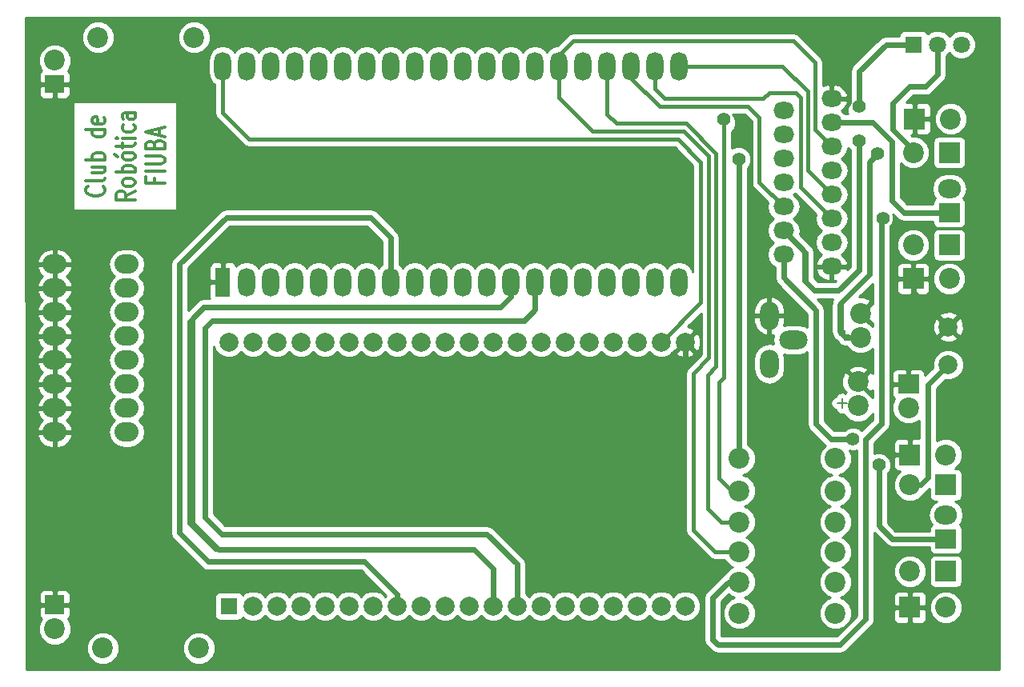
<source format=gbr>
G04 #@! TF.FileFunction,Copper,L1,Top,Signal*
%FSLAX46Y46*%
G04 Gerber Fmt 4.6, Leading zero omitted, Abs format (unit mm)*
G04 Created by KiCad (PCBNEW 0.201507042246+5884~23~ubuntu14.04.1-product) date vie 16 oct 2015 19:53:01 ART*
%MOMM*%
G01*
G04 APERTURE LIST*
%ADD10C,0.100000*%
%ADD11C,0.304800*%
%ADD12C,0.150000*%
%ADD13C,2.200000*%
%ADD14R,2.200000X2.000000*%
%ADD15R,2.000000X2.000000*%
%ADD16R,2.000000X1.900000*%
%ADD17R,2.200000X2.200000*%
%ADD18O,2.540000X2.032000*%
%ADD19O,2.400000X2.000000*%
%ADD20O,2.999740X1.998980*%
%ADD21O,1.998980X2.999740*%
%ADD22O,2.200000X1.800000*%
%ADD23C,2.000000*%
%ADD24R,1.778000X1.778000*%
%ADD25R,1.574800X3.048000*%
%ADD26O,1.800000X3.048000*%
%ADD27R,1.800000X1.800000*%
%ADD28C,1.800000*%
%ADD29C,1.998980*%
%ADD30C,1.400000*%
%ADD31C,0.600000*%
%ADD32C,0.406400*%
%ADD33C,0.254000*%
G04 APERTURE END LIST*
D10*
D11*
X57215314Y-76889429D02*
X57312076Y-76962000D01*
X57408838Y-77179714D01*
X57408838Y-77324857D01*
X57312076Y-77542572D01*
X57118552Y-77687714D01*
X56925029Y-77760286D01*
X56537981Y-77832857D01*
X56247695Y-77832857D01*
X55860648Y-77760286D01*
X55667124Y-77687714D01*
X55473600Y-77542572D01*
X55376838Y-77324857D01*
X55376838Y-77179714D01*
X55473600Y-76962000D01*
X55570362Y-76889429D01*
X57408838Y-76018572D02*
X57312076Y-76163714D01*
X57118552Y-76236286D01*
X55376838Y-76236286D01*
X56054171Y-74784857D02*
X57408838Y-74784857D01*
X56054171Y-75438000D02*
X57118552Y-75438000D01*
X57312076Y-75365428D01*
X57408838Y-75220286D01*
X57408838Y-75002571D01*
X57312076Y-74857428D01*
X57215314Y-74784857D01*
X57408838Y-74059143D02*
X55376838Y-74059143D01*
X56150933Y-74059143D02*
X56054171Y-73914000D01*
X56054171Y-73623714D01*
X56150933Y-73478571D01*
X56247695Y-73406000D01*
X56441219Y-73333429D01*
X57021790Y-73333429D01*
X57215314Y-73406000D01*
X57312076Y-73478571D01*
X57408838Y-73623714D01*
X57408838Y-73914000D01*
X57312076Y-74059143D01*
X57408838Y-70866000D02*
X55376838Y-70866000D01*
X57312076Y-70866000D02*
X57408838Y-71011143D01*
X57408838Y-71301429D01*
X57312076Y-71446571D01*
X57215314Y-71519143D01*
X57021790Y-71591714D01*
X56441219Y-71591714D01*
X56247695Y-71519143D01*
X56150933Y-71446571D01*
X56054171Y-71301429D01*
X56054171Y-71011143D01*
X56150933Y-70866000D01*
X57312076Y-69559714D02*
X57408838Y-69704857D01*
X57408838Y-69995143D01*
X57312076Y-70140286D01*
X57118552Y-70212857D01*
X56344457Y-70212857D01*
X56150933Y-70140286D01*
X56054171Y-69995143D01*
X56054171Y-69704857D01*
X56150933Y-69559714D01*
X56344457Y-69487143D01*
X56537981Y-69487143D01*
X56731505Y-70212857D01*
X60558438Y-77397428D02*
X59590819Y-77905428D01*
X60558438Y-78268285D02*
X58526438Y-78268285D01*
X58526438Y-77687713D01*
X58623200Y-77542571D01*
X58719962Y-77469999D01*
X58913486Y-77397428D01*
X59203771Y-77397428D01*
X59397295Y-77469999D01*
X59494057Y-77542571D01*
X59590819Y-77687713D01*
X59590819Y-78268285D01*
X60558438Y-76526571D02*
X60461676Y-76671713D01*
X60364914Y-76744285D01*
X60171390Y-76816856D01*
X59590819Y-76816856D01*
X59397295Y-76744285D01*
X59300533Y-76671713D01*
X59203771Y-76526571D01*
X59203771Y-76308856D01*
X59300533Y-76163713D01*
X59397295Y-76091142D01*
X59590819Y-76018571D01*
X60171390Y-76018571D01*
X60364914Y-76091142D01*
X60461676Y-76163713D01*
X60558438Y-76308856D01*
X60558438Y-76526571D01*
X60558438Y-75365428D02*
X58526438Y-75365428D01*
X59300533Y-75365428D02*
X59203771Y-75220285D01*
X59203771Y-74929999D01*
X59300533Y-74784856D01*
X59397295Y-74712285D01*
X59590819Y-74639714D01*
X60171390Y-74639714D01*
X60364914Y-74712285D01*
X60461676Y-74784856D01*
X60558438Y-74929999D01*
X60558438Y-75220285D01*
X60461676Y-75365428D01*
X60558438Y-73768857D02*
X60461676Y-73913999D01*
X60364914Y-73986571D01*
X60171390Y-74059142D01*
X59590819Y-74059142D01*
X59397295Y-73986571D01*
X59300533Y-73913999D01*
X59203771Y-73768857D01*
X59203771Y-73551142D01*
X59300533Y-73405999D01*
X59397295Y-73333428D01*
X59590819Y-73260857D01*
X60171390Y-73260857D01*
X60364914Y-73333428D01*
X60461676Y-73405999D01*
X60558438Y-73551142D01*
X60558438Y-73768857D01*
X58429676Y-73478571D02*
X58719962Y-73696285D01*
X59203771Y-72825428D02*
X59203771Y-72244857D01*
X58526438Y-72607714D02*
X60268152Y-72607714D01*
X60461676Y-72535142D01*
X60558438Y-72390000D01*
X60558438Y-72244857D01*
X60558438Y-71736857D02*
X59203771Y-71736857D01*
X58526438Y-71736857D02*
X58623200Y-71809428D01*
X58719962Y-71736857D01*
X58623200Y-71664285D01*
X58526438Y-71736857D01*
X58719962Y-71736857D01*
X60461676Y-70358000D02*
X60558438Y-70503143D01*
X60558438Y-70793429D01*
X60461676Y-70938571D01*
X60364914Y-71011143D01*
X60171390Y-71083714D01*
X59590819Y-71083714D01*
X59397295Y-71011143D01*
X59300533Y-70938571D01*
X59203771Y-70793429D01*
X59203771Y-70503143D01*
X59300533Y-70358000D01*
X60558438Y-69051714D02*
X59494057Y-69051714D01*
X59300533Y-69124285D01*
X59203771Y-69269428D01*
X59203771Y-69559714D01*
X59300533Y-69704857D01*
X60461676Y-69051714D02*
X60558438Y-69196857D01*
X60558438Y-69559714D01*
X60461676Y-69704857D01*
X60268152Y-69777428D01*
X60074629Y-69777428D01*
X59881105Y-69704857D01*
X59784343Y-69559714D01*
X59784343Y-69196857D01*
X59687581Y-69051714D01*
X62643657Y-76018571D02*
X62643657Y-76526571D01*
X63708038Y-76526571D02*
X61676038Y-76526571D01*
X61676038Y-75800857D01*
X63708038Y-75220285D02*
X61676038Y-75220285D01*
X61676038Y-74494571D02*
X63320990Y-74494571D01*
X63514514Y-74421999D01*
X63611276Y-74349428D01*
X63708038Y-74204285D01*
X63708038Y-73913999D01*
X63611276Y-73768857D01*
X63514514Y-73696285D01*
X63320990Y-73623714D01*
X61676038Y-73623714D01*
X62643657Y-72390000D02*
X62740419Y-72172286D01*
X62837181Y-72099714D01*
X63030705Y-72027143D01*
X63320990Y-72027143D01*
X63514514Y-72099714D01*
X63611276Y-72172286D01*
X63708038Y-72317428D01*
X63708038Y-72898000D01*
X61676038Y-72898000D01*
X61676038Y-72390000D01*
X61772800Y-72244857D01*
X61869562Y-72172286D01*
X62063086Y-72099714D01*
X62256610Y-72099714D01*
X62450133Y-72172286D01*
X62546895Y-72244857D01*
X62643657Y-72390000D01*
X62643657Y-72898000D01*
X63127467Y-71446571D02*
X63127467Y-70720857D01*
X63708038Y-71591714D02*
X61676038Y-71083714D01*
X63708038Y-70575714D01*
D12*
X135333740Y-99806760D02*
X135333740Y-99306380D01*
X135333740Y-99806760D02*
X134833360Y-99806760D01*
X135333740Y-100307140D02*
X135333740Y-99806760D01*
X135333740Y-99806760D02*
X135732520Y-99806760D01*
X135732520Y-99806760D02*
X135834120Y-99806760D01*
X135587740Y-92567760D02*
X135587740Y-92067380D01*
X135587740Y-92567760D02*
X135087360Y-92567760D01*
X135587740Y-93068140D02*
X135587740Y-92567760D01*
X135587740Y-92567760D02*
X135986520Y-92567760D01*
X135986520Y-92567760D02*
X136088120Y-92567760D01*
D13*
X137033000Y-97536000D03*
X137033000Y-100076000D03*
D14*
X142367000Y-97790000D03*
D13*
X142367000Y-100290000D03*
X137287000Y-90297000D03*
X137287000Y-92837000D03*
D15*
X52070000Y-121158000D03*
D13*
X52070000Y-123698000D03*
D16*
X52070000Y-66040000D03*
D13*
X52070000Y-63500000D03*
X142494000Y-117602000D03*
D17*
X146304000Y-117602000D03*
D13*
X142494000Y-108458000D03*
D17*
X146304000Y-108458000D03*
D13*
X142875000Y-83058000D03*
D17*
X146685000Y-83058000D03*
D13*
X142875000Y-73279000D03*
D17*
X146685000Y-73279000D03*
D13*
X146304000Y-121412000D03*
D17*
X142494000Y-121412000D03*
D13*
X146304000Y-105283000D03*
D17*
X142494000Y-105283000D03*
D13*
X146685000Y-86614000D03*
D17*
X142875000Y-86614000D03*
D13*
X146812000Y-69723000D03*
D17*
X143002000Y-69723000D03*
D18*
X59690000Y-102870000D03*
X59690000Y-100330000D03*
X59690000Y-97790000D03*
X59690000Y-95250000D03*
X59690000Y-92710000D03*
X59690000Y-90170000D03*
X59690000Y-87630000D03*
X59690000Y-85090000D03*
X52070000Y-85090000D03*
X52070000Y-87630000D03*
X52070000Y-90170000D03*
X52070000Y-92710000D03*
X52070000Y-95250000D03*
X52070000Y-97790000D03*
X52070000Y-100330000D03*
X52070000Y-102870000D03*
D14*
X146685000Y-79629000D03*
D19*
X146685000Y-77089000D03*
D14*
X146304000Y-114173000D03*
D19*
X146304000Y-111633000D03*
D20*
X130175000Y-93091000D03*
D21*
X127635000Y-90551000D03*
X127635000Y-95631000D03*
D22*
X134239000Y-85344000D03*
X129159000Y-84074000D03*
X134239000Y-82804000D03*
X129159000Y-81534000D03*
X134239000Y-80264000D03*
X129159000Y-78994000D03*
X134239000Y-77724000D03*
X129159000Y-76454000D03*
X134239000Y-75184000D03*
X129159000Y-73914000D03*
X134239000Y-72644000D03*
X129159000Y-71374000D03*
X134239000Y-70104000D03*
X129159000Y-68834000D03*
X134239000Y-67564000D03*
D23*
X70485000Y-93345000D03*
X118745000Y-93345000D03*
X116205000Y-93345000D03*
X113665000Y-93345000D03*
X111125000Y-93345000D03*
X108585000Y-93345000D03*
X106045000Y-93345000D03*
X103505000Y-93345000D03*
X100965000Y-93345000D03*
X98425000Y-93345000D03*
X95885000Y-93345000D03*
X93345000Y-93345000D03*
X90805000Y-93345000D03*
X88265000Y-93345000D03*
X85725000Y-93345000D03*
X83185000Y-93345000D03*
X80645000Y-93345000D03*
X78105000Y-93345000D03*
X75565000Y-93345000D03*
X73025000Y-93345000D03*
D24*
X70485000Y-121285000D03*
D23*
X73025000Y-121285000D03*
X75565000Y-121285000D03*
X78105000Y-121285000D03*
X80645000Y-121285000D03*
X83185000Y-121285000D03*
X85725000Y-121285000D03*
X88265000Y-121285000D03*
X90805000Y-121285000D03*
X93345000Y-121285000D03*
X95885000Y-121285000D03*
X98425000Y-121285000D03*
X100965000Y-121285000D03*
X103505000Y-121285000D03*
X106045000Y-121285000D03*
X108585000Y-121285000D03*
X111125000Y-121285000D03*
X113665000Y-121285000D03*
X116205000Y-121285000D03*
X118745000Y-121285000D03*
D25*
X69850000Y-86995000D03*
D26*
X72390000Y-86995000D03*
X74930000Y-86995000D03*
X77470000Y-86995000D03*
X80010000Y-86995000D03*
X82550000Y-86995000D03*
X85090000Y-86995000D03*
X87630000Y-86995000D03*
X90170000Y-86995000D03*
X92710000Y-86995000D03*
X95250000Y-86995000D03*
X97790000Y-86995000D03*
X100330000Y-86995000D03*
X102870000Y-86995000D03*
X105410000Y-86995000D03*
X107950000Y-86995000D03*
X110490000Y-86995000D03*
X113030000Y-86995000D03*
X115570000Y-86995000D03*
X118110000Y-86995000D03*
X118110000Y-64135000D03*
X115570000Y-64135000D03*
X113030000Y-64135000D03*
X110490000Y-64135000D03*
X107950000Y-64135000D03*
X105410000Y-64135000D03*
X102870000Y-64135000D03*
X100330000Y-64135000D03*
X97790000Y-64135000D03*
X95250000Y-64135000D03*
X92710000Y-64135000D03*
X90170000Y-64135000D03*
X87630000Y-64135000D03*
X85090000Y-64135000D03*
X82550000Y-64135000D03*
X80010000Y-64135000D03*
X77470000Y-64135000D03*
X74930000Y-64135000D03*
X72390000Y-64135000D03*
X69850000Y-64135000D03*
D27*
X142875000Y-61849000D03*
D28*
X145415000Y-61849000D03*
X147955000Y-61849000D03*
D29*
X146558000Y-95724980D03*
X146558000Y-91727020D03*
D13*
X67310000Y-125730000D03*
X57150000Y-125730000D03*
X66802000Y-61087000D03*
X56642000Y-61087000D03*
X134620000Y-118745000D03*
X124460000Y-118745000D03*
X134620000Y-122047000D03*
X124460000Y-122047000D03*
X134620000Y-109093000D03*
X124460000Y-109093000D03*
X134620000Y-105664000D03*
X124460000Y-105664000D03*
X134620000Y-115570000D03*
X124460000Y-115570000D03*
X134620000Y-112395000D03*
X124460000Y-112395000D03*
D30*
X99212400Y-103835200D03*
X139090400Y-73406000D03*
X139242800Y-106324400D03*
X136499600Y-103581200D03*
X137109200Y-72034400D03*
X137109200Y-68376800D03*
X139649200Y-80213200D03*
X122834400Y-69697600D03*
X124409200Y-73964800D03*
D31*
X118745000Y-93345000D02*
X118745000Y-95427800D01*
X110337600Y-103835200D02*
X99212400Y-103835200D01*
X118745000Y-95427800D02*
X110337600Y-103835200D01*
X146558000Y-91727020D02*
X142875000Y-88044020D01*
X142875000Y-88044020D02*
X142875000Y-86614000D01*
D32*
X142875000Y-86614000D02*
X142875000Y-88044020D01*
D31*
X142494000Y-108458000D02*
X143662400Y-108458000D01*
X143662400Y-108458000D02*
X144424400Y-107696000D01*
X144424400Y-107696000D02*
X144424400Y-97858580D01*
X144424400Y-97858580D02*
X146558000Y-95724980D01*
X145415000Y-61849000D02*
X145415000Y-65024000D01*
X145415000Y-65024000D02*
X144145000Y-66294000D01*
X144145000Y-66294000D02*
X142494000Y-66294000D01*
X142494000Y-66294000D02*
X140716000Y-68072000D01*
X140716000Y-68072000D02*
X140716000Y-70866000D01*
X140716000Y-70866000D02*
X142875000Y-73025000D01*
X142875000Y-73025000D02*
X142875000Y-73279000D01*
X137287000Y-92837000D02*
X135712200Y-92837000D01*
X135712200Y-92837000D02*
X135178800Y-92303600D01*
X135178800Y-89204800D02*
X138226800Y-86156800D01*
X135178800Y-92303600D02*
X135178800Y-89204800D01*
X138226800Y-86156800D02*
X138226800Y-74269600D01*
X138226800Y-74269600D02*
X139090400Y-73406000D01*
D32*
X138226800Y-74269600D02*
X139090400Y-73406000D01*
X138226800Y-86156800D02*
X138226800Y-74269600D01*
X135026400Y-89357200D02*
X138226800Y-86156800D01*
X135026400Y-92151200D02*
X135026400Y-89357200D01*
X135712200Y-92837000D02*
X135026400Y-92151200D01*
X143662400Y-108458000D02*
X144424400Y-107696000D01*
X144424400Y-107696000D02*
X144424400Y-97858580D01*
X144424400Y-97858580D02*
X146558000Y-95724980D01*
X142875000Y-73279000D02*
X142875000Y-73025000D01*
X142875000Y-73025000D02*
X140716000Y-70866000D01*
X144145000Y-66294000D02*
X145415000Y-65024000D01*
X142494000Y-66294000D02*
X144145000Y-66294000D01*
X140716000Y-68072000D02*
X142494000Y-66294000D01*
X140716000Y-70866000D02*
X140716000Y-68072000D01*
D31*
X139344400Y-106426000D02*
X139242800Y-106324400D01*
X139242800Y-106324400D02*
X139242800Y-112776000D01*
X139242800Y-112776000D02*
X140639800Y-114173000D01*
X140639800Y-114173000D02*
X146304000Y-114173000D01*
X136499600Y-103581200D02*
X134772400Y-103581200D01*
X134772400Y-103581200D02*
X134162800Y-103581200D01*
X134162800Y-103581200D02*
X132588000Y-102006400D01*
X132588000Y-102006400D02*
X132588000Y-89966800D01*
X132588000Y-89966800D02*
X129159000Y-86537800D01*
X129159000Y-86537800D02*
X129159000Y-84074000D01*
D32*
X129159000Y-86537800D02*
X132588000Y-89966800D01*
X132588000Y-89966800D02*
X132588000Y-102006400D01*
X132588000Y-102006400D02*
X134162800Y-103581200D01*
X139344400Y-112877600D02*
X140639800Y-114173000D01*
X139344400Y-106426000D02*
X139344400Y-106426000D01*
X139344400Y-106426000D02*
X139344400Y-112877600D01*
X140639800Y-114173000D02*
X146304000Y-114173000D01*
X129159000Y-84074000D02*
X129159000Y-86537800D01*
D31*
X146685000Y-79629000D02*
X141859000Y-79629000D01*
X141859000Y-79629000D02*
X140589000Y-78359000D01*
X140589000Y-78359000D02*
X140589000Y-72136000D01*
X140589000Y-72136000D02*
X138557000Y-70104000D01*
X138557000Y-70104000D02*
X134239000Y-70104000D01*
D32*
X134239000Y-70104000D02*
X138557000Y-70104000D01*
X140589000Y-78359000D02*
X141859000Y-79629000D01*
X140589000Y-72136000D02*
X140589000Y-78359000D01*
X138557000Y-70104000D02*
X140589000Y-72136000D01*
D31*
X134975600Y-87884000D02*
X137109200Y-85750400D01*
X137109200Y-72034400D02*
X137109200Y-85750400D01*
X137160000Y-68326000D02*
X137160000Y-64668400D01*
X137109200Y-68376800D02*
X137160000Y-68326000D01*
X134975600Y-87884000D02*
X132435600Y-87884000D01*
X132435600Y-87884000D02*
X131419600Y-86868000D01*
X131419600Y-86868000D02*
X131419600Y-83794600D01*
X131419600Y-83794600D02*
X129159000Y-81534000D01*
X142875000Y-61849000D02*
X139979400Y-61849000D01*
X139979400Y-61849000D02*
X137160000Y-64668400D01*
D32*
X131521200Y-83896200D02*
X129159000Y-81534000D01*
X131521200Y-86969600D02*
X131521200Y-83896200D01*
X132435600Y-87884000D02*
X131521200Y-86969600D01*
X134975600Y-87884000D02*
X132435600Y-87884000D01*
X139979400Y-61849000D02*
X137160000Y-64668400D01*
D31*
X139496800Y-80365600D02*
X139496800Y-81127600D01*
X139649200Y-80213200D02*
X139496800Y-80365600D01*
X139496800Y-80162400D02*
X139496800Y-81127600D01*
X139496800Y-81127600D02*
X139496800Y-101955600D01*
X139496800Y-101955600D02*
X137820400Y-103632000D01*
X137820400Y-103632000D02*
X137820400Y-122682000D01*
X137820400Y-122682000D02*
X135128000Y-125374400D01*
X135128000Y-125374400D02*
X122631200Y-125374400D01*
X122631200Y-125374400D02*
X122224800Y-125374400D01*
X122224800Y-125374400D02*
X121666000Y-124815600D01*
X121666000Y-124815600D02*
X121666000Y-120396000D01*
X121666000Y-120396000D02*
X123317000Y-118745000D01*
X123317000Y-118745000D02*
X124460000Y-118745000D01*
D32*
X137820400Y-104597200D02*
X137820400Y-103632000D01*
X123317000Y-118745000D02*
X121666000Y-120396000D01*
X121666000Y-120396000D02*
X121666000Y-124815600D01*
X121666000Y-124815600D02*
X122224800Y-125374400D01*
X122224800Y-125374400D02*
X135128000Y-125374400D01*
X135128000Y-125374400D02*
X137820400Y-122682000D01*
X137820400Y-122682000D02*
X137820400Y-104597200D01*
X124460000Y-118745000D02*
X123317000Y-118745000D01*
X137820400Y-103632000D02*
X139496800Y-101955600D01*
X115570000Y-64135000D02*
X115570000Y-66548000D01*
X130937000Y-76962000D02*
X134239000Y-80264000D01*
X130937000Y-67437000D02*
X130937000Y-76962000D01*
X130429000Y-66929000D02*
X130937000Y-67437000D01*
X127635000Y-66929000D02*
X130429000Y-66929000D01*
X127000000Y-67564000D02*
X127635000Y-66929000D01*
X116586000Y-67564000D02*
X127000000Y-67564000D01*
X115570000Y-66548000D02*
X116586000Y-67564000D01*
X113030000Y-64135000D02*
X113030000Y-65379600D01*
X113030000Y-65379600D02*
X116027200Y-68376800D01*
X116027200Y-68376800D02*
X125374400Y-68376800D01*
X125374400Y-68376800D02*
X126593600Y-69596000D01*
X126593600Y-69596000D02*
X126593600Y-76428600D01*
X126593600Y-76428600D02*
X129159000Y-78994000D01*
X124460000Y-109093000D02*
X123672600Y-109093000D01*
X123672600Y-109093000D02*
X122326400Y-107746800D01*
X122326400Y-107746800D02*
X122326400Y-97586800D01*
X122326400Y-97586800D02*
X122834400Y-97078800D01*
X122834400Y-97078800D02*
X122834400Y-72999600D01*
X122834400Y-72999600D02*
X122834400Y-70104000D01*
X118110000Y-64135000D02*
X129032000Y-64135000D01*
X131699000Y-75184000D02*
X134239000Y-77724000D01*
X131699000Y-66802000D02*
X131699000Y-75184000D01*
X129032000Y-64135000D02*
X131699000Y-66802000D01*
D31*
X124460000Y-105664000D02*
X124460000Y-74015600D01*
X124460000Y-74015600D02*
X124409200Y-73964800D01*
D32*
X124460000Y-74015600D02*
X124409200Y-73964800D01*
X124460000Y-115570000D02*
X121920000Y-115570000D01*
X105410000Y-67411600D02*
X105410000Y-64135000D01*
X108966000Y-70967600D02*
X105410000Y-67411600D01*
X118567200Y-70967600D02*
X108966000Y-70967600D01*
X121259600Y-73660000D02*
X118567200Y-70967600D01*
X121259600Y-94996000D02*
X121259600Y-73660000D01*
X119634000Y-96621600D02*
X121259600Y-94996000D01*
X119634000Y-113284000D02*
X119634000Y-96621600D01*
X121920000Y-115570000D02*
X119634000Y-113284000D01*
X105410000Y-64135000D02*
X105410000Y-62992000D01*
X105410000Y-62992000D02*
X106934000Y-61468000D01*
X106934000Y-61468000D02*
X130175000Y-61468000D01*
X130175000Y-61468000D02*
X132461000Y-63754000D01*
X132461000Y-63754000D02*
X132461000Y-70866000D01*
X132461000Y-70866000D02*
X134239000Y-72644000D01*
X124460000Y-112395000D02*
X122555000Y-112395000D01*
X110490000Y-69189600D02*
X110490000Y-64135000D01*
X111455200Y-70154800D02*
X110490000Y-69189600D01*
X118821200Y-70154800D02*
X111455200Y-70154800D01*
X122021600Y-73355200D02*
X118821200Y-70154800D01*
X122021600Y-95910400D02*
X122021600Y-73355200D01*
X121107200Y-96824800D02*
X122021600Y-95910400D01*
X121107200Y-110947200D02*
X121107200Y-96824800D01*
X122555000Y-112395000D02*
X121107200Y-110947200D01*
X69850000Y-64135000D02*
X69850000Y-69088000D01*
X120396000Y-89154000D02*
X116205000Y-93345000D01*
X120396000Y-74295000D02*
X120396000Y-89154000D01*
X117983000Y-71882000D02*
X120396000Y-74295000D01*
X72644000Y-71882000D02*
X117983000Y-71882000D01*
X69850000Y-69088000D02*
X72644000Y-71882000D01*
D31*
X88265000Y-121285000D02*
X88265000Y-120015000D01*
X88265000Y-120015000D02*
X84836000Y-116586000D01*
X84836000Y-116586000D02*
X68326000Y-116586000D01*
X68326000Y-116586000D02*
X65278000Y-113538000D01*
X65278000Y-113538000D02*
X65278000Y-85090000D01*
X65278000Y-85090000D02*
X70231000Y-80137000D01*
X70231000Y-80137000D02*
X85471000Y-80137000D01*
X85471000Y-80137000D02*
X87630000Y-82296000D01*
X87630000Y-82296000D02*
X87630000Y-86995000D01*
D32*
X87630000Y-86995000D02*
X87630000Y-82296000D01*
X84836000Y-116586000D02*
X88265000Y-120015000D01*
X68326000Y-116586000D02*
X84836000Y-116586000D01*
X65278000Y-113538000D02*
X68326000Y-116586000D01*
X65278000Y-85090000D02*
X65278000Y-113538000D01*
X70231000Y-80137000D02*
X65278000Y-85090000D01*
X85471000Y-80137000D02*
X70231000Y-80137000D01*
X87630000Y-82296000D02*
X85471000Y-80137000D01*
D31*
X98425000Y-121285000D02*
X98425000Y-117348000D01*
X98425000Y-117348000D02*
X96393000Y-115316000D01*
X96393000Y-115316000D02*
X69443600Y-115316000D01*
X69443600Y-115316000D02*
X66598800Y-112471200D01*
X66598800Y-112471200D02*
X66598800Y-90881200D01*
X66598800Y-90881200D02*
X67818000Y-89662000D01*
X67818000Y-89662000D02*
X99187000Y-89662000D01*
X99187000Y-89662000D02*
X100330000Y-88519000D01*
X100330000Y-88519000D02*
X100330000Y-86995000D01*
D32*
X100330000Y-86995000D02*
X100330000Y-88519000D01*
X96393000Y-115316000D02*
X98425000Y-117348000D01*
X69088000Y-115316000D02*
X96393000Y-115316000D01*
X66294000Y-112522000D02*
X69088000Y-115316000D01*
X66294000Y-91186000D02*
X66294000Y-112522000D01*
X67818000Y-89662000D02*
X66294000Y-91186000D01*
X100330000Y-88519000D02*
X99187000Y-89662000D01*
D31*
X100965000Y-121285000D02*
X100965000Y-116840000D01*
X100965000Y-116840000D02*
X97790000Y-113665000D01*
X97790000Y-113665000D02*
X69723000Y-113665000D01*
X69723000Y-113665000D02*
X67945000Y-111887000D01*
X67945000Y-111887000D02*
X67945000Y-91821000D01*
X67945000Y-91821000D02*
X68732400Y-91033600D01*
X68732400Y-91033600D02*
X101752400Y-91033600D01*
X101752400Y-91033600D02*
X102870000Y-89916000D01*
X102870000Y-89916000D02*
X102870000Y-86995000D01*
D32*
X102870000Y-86995000D02*
X102870000Y-89916000D01*
X97790000Y-113665000D02*
X100965000Y-116840000D01*
X69723000Y-113665000D02*
X97790000Y-113665000D01*
X67945000Y-111887000D02*
X69723000Y-113665000D01*
X67945000Y-91821000D02*
X67945000Y-111887000D01*
D33*
G36*
X151917400Y-127990600D02*
X49098013Y-127990600D01*
X49095201Y-126073599D01*
X55414699Y-126073599D01*
X55678281Y-126711515D01*
X56165918Y-127200004D01*
X56803373Y-127464699D01*
X57493599Y-127465301D01*
X58131515Y-127201719D01*
X58620004Y-126714082D01*
X58884699Y-126076627D01*
X58885301Y-125386401D01*
X58621719Y-124748485D01*
X58134082Y-124259996D01*
X58129952Y-124258281D01*
X66328485Y-124258281D01*
X65839996Y-124745918D01*
X65575301Y-125383373D01*
X65574699Y-126073599D01*
X65838281Y-126711515D01*
X66325918Y-127200004D01*
X66963373Y-127464699D01*
X67653599Y-127465301D01*
X68291515Y-127201719D01*
X68780004Y-126714082D01*
X69044699Y-126076627D01*
X69045301Y-125386401D01*
X68781719Y-124748485D01*
X68294082Y-124259996D01*
X67656627Y-123995301D01*
X66966401Y-123994699D01*
X66328485Y-124258281D01*
X58129952Y-124258281D01*
X57496627Y-123995301D01*
X56806401Y-123994699D01*
X56168485Y-124258281D01*
X53715981Y-124258281D01*
X53804699Y-124044627D01*
X53805301Y-123354401D01*
X53541719Y-122716485D01*
X53475687Y-122650338D01*
X53608327Y-122517699D01*
X53705000Y-122284310D01*
X53705000Y-121443750D01*
X53546250Y-121285000D01*
X52197000Y-121285000D01*
X52197000Y-121305000D01*
X51943000Y-121305000D01*
X51943000Y-121285000D01*
X50593750Y-121285000D01*
X50435000Y-121443750D01*
X50435000Y-122284310D01*
X50531673Y-122517699D01*
X50664000Y-122650025D01*
X50599996Y-122713918D01*
X50335301Y-123351373D01*
X50334699Y-124041599D01*
X50598281Y-124679515D01*
X51085918Y-125168004D01*
X51723373Y-125432699D01*
X52413599Y-125433301D01*
X53051515Y-125169719D01*
X53540004Y-124682082D01*
X53715981Y-124258281D01*
X56168485Y-124258281D01*
X53715981Y-124258281D01*
X53715981Y-124258281D01*
X56168485Y-124258281D01*
X55679996Y-124745918D01*
X55415301Y-125383373D01*
X55414699Y-126073599D01*
X49095201Y-126073599D01*
X49085589Y-119523000D01*
X50943691Y-119523000D01*
X50710302Y-119619673D01*
X50531673Y-119798301D01*
X50435000Y-120031690D01*
X50435000Y-120872250D01*
X50593750Y-121031000D01*
X51943000Y-121031000D01*
X51943000Y-119681750D01*
X51784250Y-119523000D01*
X52355750Y-119523000D01*
X52197000Y-119681750D01*
X52197000Y-121031000D01*
X53546250Y-121031000D01*
X53705000Y-120872250D01*
X53705000Y-120031690D01*
X53608327Y-119798301D01*
X53429698Y-119619673D01*
X53196309Y-119523000D01*
X52355750Y-119523000D01*
X51784250Y-119523000D01*
X51784250Y-119523000D01*
X50943691Y-119523000D01*
X49085589Y-119523000D01*
X49061340Y-102997000D01*
X50329164Y-102997000D01*
X50210025Y-103252944D01*
X50242074Y-103384477D01*
X50558764Y-103947630D01*
X51066857Y-104346724D01*
X51689000Y-104521000D01*
X51943000Y-104521000D01*
X51943000Y-102997000D01*
X52197000Y-102997000D01*
X51943000Y-102997000D01*
X51943000Y-102997000D01*
X52197000Y-102997000D01*
X52197000Y-104521000D01*
X52451000Y-104521000D01*
X53073143Y-104346724D01*
X53581236Y-103947630D01*
X53897926Y-103384477D01*
X53929975Y-103252944D01*
X53810836Y-102997000D01*
X52197000Y-102997000D01*
X51943000Y-102997000D01*
X51943000Y-102997000D01*
X50329164Y-102997000D01*
X49061340Y-102997000D01*
X49057613Y-100457000D01*
X50329164Y-100457000D01*
X50210025Y-100712944D01*
X50242074Y-100844477D01*
X50558764Y-101407630D01*
X50803673Y-101600000D01*
X50558764Y-101792370D01*
X50242074Y-102355523D01*
X50210025Y-102487056D01*
X50329164Y-102743000D01*
X51943000Y-102743000D01*
X51943000Y-100457000D01*
X52197000Y-100457000D01*
X51943000Y-100457000D01*
X51943000Y-100457000D01*
X52197000Y-100457000D01*
X52197000Y-102743000D01*
X53810836Y-102743000D01*
X53929975Y-102487056D01*
X53897926Y-102355523D01*
X53581236Y-101792370D01*
X53336327Y-101600000D01*
X53581236Y-101407630D01*
X53897926Y-100844477D01*
X53929975Y-100712944D01*
X53810836Y-100457000D01*
X52197000Y-100457000D01*
X51943000Y-100457000D01*
X51943000Y-100457000D01*
X50329164Y-100457000D01*
X49057613Y-100457000D01*
X49053886Y-97917000D01*
X50329164Y-97917000D01*
X50210025Y-98172944D01*
X50242074Y-98304477D01*
X50558764Y-98867630D01*
X50803673Y-99060000D01*
X50558764Y-99252370D01*
X50242074Y-99815523D01*
X50210025Y-99947056D01*
X50329164Y-100203000D01*
X51943000Y-100203000D01*
X51943000Y-97917000D01*
X52197000Y-97917000D01*
X52197000Y-100203000D01*
X53810836Y-100203000D01*
X53929975Y-99947056D01*
X53897926Y-99815523D01*
X53581236Y-99252370D01*
X53336327Y-99060000D01*
X53581236Y-98867630D01*
X53897926Y-98304477D01*
X53929975Y-98172944D01*
X53810836Y-97917000D01*
X52197000Y-97917000D01*
X51943000Y-97917000D01*
X51943000Y-97917000D01*
X50329164Y-97917000D01*
X49053886Y-97917000D01*
X49050159Y-95377000D01*
X50329164Y-95377000D01*
X50210025Y-95632944D01*
X50242074Y-95764477D01*
X50558764Y-96327630D01*
X50803673Y-96520000D01*
X50558764Y-96712370D01*
X50242074Y-97275523D01*
X50210025Y-97407056D01*
X50329164Y-97663000D01*
X51943000Y-97663000D01*
X51943000Y-95377000D01*
X52197000Y-95377000D01*
X52197000Y-97663000D01*
X53810836Y-97663000D01*
X53929975Y-97407056D01*
X53897926Y-97275523D01*
X53581236Y-96712370D01*
X53336327Y-96520000D01*
X53581236Y-96327630D01*
X53897926Y-95764477D01*
X53929975Y-95632944D01*
X53810836Y-95377000D01*
X52197000Y-95377000D01*
X51943000Y-95377000D01*
X51943000Y-95377000D01*
X50329164Y-95377000D01*
X49050159Y-95377000D01*
X49046432Y-92837000D01*
X50329164Y-92837000D01*
X50210025Y-93092944D01*
X50242074Y-93224477D01*
X50558764Y-93787630D01*
X50803673Y-93980000D01*
X50558764Y-94172370D01*
X50242074Y-94735523D01*
X50210025Y-94867056D01*
X50329164Y-95123000D01*
X51943000Y-95123000D01*
X51943000Y-92837000D01*
X52197000Y-92837000D01*
X51943000Y-92837000D01*
X51943000Y-92837000D01*
X52197000Y-92837000D01*
X52197000Y-95123000D01*
X53810836Y-95123000D01*
X53929975Y-94867056D01*
X53897926Y-94735523D01*
X53581236Y-94172370D01*
X53336327Y-93980000D01*
X53581236Y-93787630D01*
X53897926Y-93224477D01*
X53929975Y-93092944D01*
X53810836Y-92837000D01*
X52197000Y-92837000D01*
X51943000Y-92837000D01*
X51943000Y-92837000D01*
X50329164Y-92837000D01*
X49046432Y-92837000D01*
X49042705Y-90297000D01*
X50329164Y-90297000D01*
X50210025Y-90552944D01*
X50242074Y-90684477D01*
X50558764Y-91247630D01*
X50803673Y-91440000D01*
X50558764Y-91632370D01*
X50242074Y-92195523D01*
X50210025Y-92327056D01*
X50329164Y-92583000D01*
X51943000Y-92583000D01*
X51943000Y-90297000D01*
X52197000Y-90297000D01*
X52197000Y-92583000D01*
X53810836Y-92583000D01*
X53929975Y-92327056D01*
X53897926Y-92195523D01*
X53581236Y-91632370D01*
X53336327Y-91440000D01*
X53581236Y-91247630D01*
X53897926Y-90684477D01*
X53929975Y-90552944D01*
X53810836Y-90297000D01*
X52197000Y-90297000D01*
X51943000Y-90297000D01*
X51943000Y-90297000D01*
X50329164Y-90297000D01*
X49042705Y-90297000D01*
X49038978Y-87757000D01*
X50329164Y-87757000D01*
X50210025Y-88012944D01*
X50242074Y-88144477D01*
X50558764Y-88707630D01*
X50803673Y-88900000D01*
X50558764Y-89092370D01*
X50242074Y-89655523D01*
X50210025Y-89787056D01*
X50329164Y-90043000D01*
X51943000Y-90043000D01*
X51943000Y-87757000D01*
X52197000Y-87757000D01*
X51943000Y-87757000D01*
X51943000Y-87757000D01*
X52197000Y-87757000D01*
X52197000Y-90043000D01*
X53810836Y-90043000D01*
X53929975Y-89787056D01*
X53897926Y-89655523D01*
X53581236Y-89092370D01*
X53336327Y-88900000D01*
X53581236Y-88707630D01*
X53897926Y-88144477D01*
X53929975Y-88012944D01*
X53810836Y-87757000D01*
X52197000Y-87757000D01*
X51943000Y-87757000D01*
X51943000Y-87757000D01*
X50329164Y-87757000D01*
X49038978Y-87757000D01*
X49035251Y-85217000D01*
X50329164Y-85217000D01*
X50210025Y-85472944D01*
X50242074Y-85604477D01*
X50558764Y-86167630D01*
X50803673Y-86360000D01*
X50558764Y-86552370D01*
X50242074Y-87115523D01*
X50210025Y-87247056D01*
X50329164Y-87503000D01*
X51943000Y-87503000D01*
X51943000Y-85217000D01*
X52197000Y-85217000D01*
X52197000Y-87503000D01*
X53810836Y-87503000D01*
X53929975Y-87247056D01*
X53897926Y-87115523D01*
X53581236Y-86552370D01*
X53336327Y-86360000D01*
X53581236Y-86167630D01*
X53897926Y-85604477D01*
X53929975Y-85472944D01*
X53810836Y-85217000D01*
X52197000Y-85217000D01*
X51943000Y-85217000D01*
X51943000Y-85217000D01*
X50329164Y-85217000D01*
X49035251Y-85217000D01*
X49035064Y-85090000D01*
X57747679Y-85090000D01*
X57873354Y-85721810D01*
X58231246Y-86257433D01*
X58384748Y-86360000D01*
X58231246Y-86462567D01*
X57873354Y-86998190D01*
X57747679Y-87630000D01*
X57873354Y-88261810D01*
X58231246Y-88797433D01*
X58384748Y-88900000D01*
X58231246Y-89002567D01*
X57873354Y-89538190D01*
X57747679Y-90170000D01*
X57873354Y-90801810D01*
X58231246Y-91337433D01*
X58384748Y-91440000D01*
X58231246Y-91542567D01*
X57873354Y-92078190D01*
X57747679Y-92710000D01*
X57873354Y-93341810D01*
X58231246Y-93877433D01*
X58384748Y-93980000D01*
X58231246Y-94082567D01*
X57873354Y-94618190D01*
X57747679Y-95250000D01*
X57873354Y-95881810D01*
X58231246Y-96417433D01*
X58384748Y-96520000D01*
X58231246Y-96622567D01*
X57873354Y-97158190D01*
X57747679Y-97790000D01*
X57873354Y-98421810D01*
X58231246Y-98957433D01*
X58384748Y-99060000D01*
X58231246Y-99162567D01*
X57873354Y-99698190D01*
X57747679Y-100330000D01*
X57873354Y-100961810D01*
X58231246Y-101497433D01*
X58384748Y-101600000D01*
X58231246Y-101702567D01*
X57873354Y-102238190D01*
X57747679Y-102870000D01*
X57873354Y-103501810D01*
X58231246Y-104037433D01*
X58766869Y-104395325D01*
X59398679Y-104521000D01*
X59981321Y-104521000D01*
X60613131Y-104395325D01*
X61148754Y-104037433D01*
X61506646Y-103501810D01*
X61632321Y-102870000D01*
X61506646Y-102238190D01*
X61148754Y-101702567D01*
X60995252Y-101600000D01*
X61148754Y-101497433D01*
X61506646Y-100961810D01*
X61632321Y-100330000D01*
X61506646Y-99698190D01*
X61148754Y-99162567D01*
X60995252Y-99060000D01*
X61148754Y-98957433D01*
X61506646Y-98421810D01*
X61632321Y-97790000D01*
X61506646Y-97158190D01*
X61148754Y-96622567D01*
X60995252Y-96520000D01*
X61148754Y-96417433D01*
X61506646Y-95881810D01*
X61632321Y-95250000D01*
X61506646Y-94618190D01*
X61148754Y-94082567D01*
X60995252Y-93980000D01*
X61148754Y-93877433D01*
X61506646Y-93341810D01*
X61632321Y-92710000D01*
X61506646Y-92078190D01*
X61148754Y-91542567D01*
X60995252Y-91440000D01*
X61148754Y-91337433D01*
X61506646Y-90801810D01*
X61632321Y-90170000D01*
X61506646Y-89538190D01*
X61148754Y-89002567D01*
X60995252Y-88900000D01*
X61148754Y-88797433D01*
X61506646Y-88261810D01*
X61632321Y-87630000D01*
X61506646Y-86998190D01*
X61148754Y-86462567D01*
X60995252Y-86360000D01*
X61148754Y-86257433D01*
X61506646Y-85721810D01*
X61632321Y-85090000D01*
X61506646Y-84458190D01*
X61148754Y-83922567D01*
X60613131Y-83564675D01*
X59981321Y-83439000D01*
X59398679Y-83439000D01*
X52451000Y-83439000D01*
X52451000Y-83439000D01*
X52197000Y-83439000D01*
X52197000Y-84963000D01*
X53810836Y-84963000D01*
X53929975Y-84707056D01*
X53897926Y-84575523D01*
X53581236Y-84012370D01*
X53073143Y-83613276D01*
X52451000Y-83439000D01*
X59398679Y-83439000D01*
X52451000Y-83439000D01*
X52451000Y-83439000D01*
X59398679Y-83439000D01*
X58766869Y-83564675D01*
X58231246Y-83922567D01*
X57873354Y-84458190D01*
X57747679Y-85090000D01*
X49035064Y-85090000D01*
X49032642Y-83439000D01*
X51689000Y-83439000D01*
X51066857Y-83613276D01*
X50558764Y-84012370D01*
X50242074Y-84575523D01*
X50210025Y-84707056D01*
X50329164Y-84963000D01*
X51943000Y-84963000D01*
X51943000Y-83439000D01*
X51689000Y-83439000D01*
X49032642Y-83439000D01*
X49009843Y-67901457D01*
X53975000Y-67901457D01*
X53975000Y-79418542D01*
X64998600Y-79418542D01*
X64998600Y-67901457D01*
X53975000Y-67901457D01*
X49009843Y-67901457D01*
X49007297Y-66167000D01*
X50593750Y-66167000D01*
X50435000Y-66325750D01*
X50435000Y-67116310D01*
X50531673Y-67349699D01*
X50710302Y-67528327D01*
X50943691Y-67625000D01*
X51784250Y-67625000D01*
X51943000Y-67466250D01*
X51943000Y-66167000D01*
X52197000Y-66167000D01*
X51943000Y-66167000D01*
X51943000Y-66167000D01*
X52197000Y-66167000D01*
X52197000Y-67466250D01*
X52355750Y-67625000D01*
X53196309Y-67625000D01*
X53429698Y-67528327D01*
X53608327Y-67349699D01*
X53705000Y-67116310D01*
X53705000Y-66325750D01*
X53546250Y-66167000D01*
X52197000Y-66167000D01*
X51943000Y-66167000D01*
X51943000Y-66167000D01*
X50593750Y-66167000D01*
X49007297Y-66167000D01*
X49007128Y-66051886D01*
X69011800Y-66051886D01*
X69011800Y-69088000D01*
X69075604Y-69408766D01*
X69257303Y-69680697D01*
X72051303Y-72474697D01*
X72323235Y-72656396D01*
X72644000Y-72720200D01*
X117635806Y-72720200D01*
X119557800Y-74642194D01*
X119557800Y-85890319D01*
X119528155Y-85741284D01*
X119195409Y-85243294D01*
X118697419Y-84910548D01*
X118110000Y-84793703D01*
X117522581Y-84910548D01*
X117024591Y-85243294D01*
X116840000Y-85519554D01*
X116655409Y-85243294D01*
X116157419Y-84910548D01*
X115570000Y-84793703D01*
X114982581Y-84910548D01*
X114484591Y-85243294D01*
X114300000Y-85519554D01*
X114115409Y-85243294D01*
X113617419Y-84910548D01*
X113030000Y-84793703D01*
X112442581Y-84910548D01*
X111944591Y-85243294D01*
X111760000Y-85519554D01*
X111575409Y-85243294D01*
X111077419Y-84910548D01*
X110490000Y-84793703D01*
X109902581Y-84910548D01*
X109404591Y-85243294D01*
X109220000Y-85519554D01*
X109035409Y-85243294D01*
X108537419Y-84910548D01*
X107950000Y-84793703D01*
X107362581Y-84910548D01*
X106864591Y-85243294D01*
X106680000Y-85519554D01*
X106495409Y-85243294D01*
X105997419Y-84910548D01*
X105410000Y-84793703D01*
X104822581Y-84910548D01*
X104324591Y-85243294D01*
X104140000Y-85519554D01*
X103955409Y-85243294D01*
X103457419Y-84910548D01*
X102870000Y-84793703D01*
X102282581Y-84910548D01*
X101784591Y-85243294D01*
X101600000Y-85519554D01*
X101415409Y-85243294D01*
X100917419Y-84910548D01*
X100330000Y-84793703D01*
X99742581Y-84910548D01*
X99244591Y-85243294D01*
X99060000Y-85519554D01*
X98875409Y-85243294D01*
X98377419Y-84910548D01*
X97790000Y-84793703D01*
X97202581Y-84910548D01*
X96704591Y-85243294D01*
X96520000Y-85519554D01*
X96335409Y-85243294D01*
X95837419Y-84910548D01*
X95250000Y-84793703D01*
X94662581Y-84910548D01*
X94164591Y-85243294D01*
X93980000Y-85519554D01*
X93795409Y-85243294D01*
X93297419Y-84910548D01*
X92710000Y-84793703D01*
X92122581Y-84910548D01*
X91624591Y-85243294D01*
X91440000Y-85519554D01*
X91255409Y-85243294D01*
X90757419Y-84910548D01*
X90170000Y-84793703D01*
X89582581Y-84910548D01*
X89084591Y-85243294D01*
X88900000Y-85519554D01*
X88715409Y-85243294D01*
X88565000Y-85142794D01*
X88565000Y-82296000D01*
X88493827Y-81938191D01*
X88291145Y-81634855D01*
X86132145Y-79475855D01*
X85828809Y-79273173D01*
X85471000Y-79202000D01*
X70231000Y-79202000D01*
X69873191Y-79273173D01*
X69569855Y-79475855D01*
X64616855Y-84428855D01*
X64414173Y-84732191D01*
X64343000Y-85090000D01*
X64343000Y-113538000D01*
X64414173Y-113895809D01*
X64616855Y-114199145D01*
X67664855Y-117247145D01*
X67968191Y-117449827D01*
X68326000Y-117521000D01*
X84448710Y-117521000D01*
X87082712Y-120155002D01*
X86994801Y-120242759D01*
X86652363Y-119899722D01*
X86051648Y-119650284D01*
X85401205Y-119649716D01*
X84800057Y-119898106D01*
X84454801Y-120242759D01*
X84112363Y-119899722D01*
X83511648Y-119650284D01*
X82861205Y-119649716D01*
X82260057Y-119898106D01*
X81914801Y-120242759D01*
X81572363Y-119899722D01*
X80971648Y-119650284D01*
X80321205Y-119649716D01*
X79720057Y-119898106D01*
X79374801Y-120242759D01*
X79032363Y-119899722D01*
X78431648Y-119650284D01*
X77781205Y-119649716D01*
X77180057Y-119898106D01*
X76834801Y-120242759D01*
X76492363Y-119899722D01*
X75891648Y-119650284D01*
X75241205Y-119649716D01*
X74640057Y-119898106D01*
X74294801Y-120242759D01*
X73952363Y-119899722D01*
X73351648Y-119650284D01*
X72701205Y-119649716D01*
X72100057Y-119898106D01*
X71922730Y-120075123D01*
X71834673Y-119941073D01*
X71623640Y-119798623D01*
X71374000Y-119748560D01*
X69596000Y-119748560D01*
X69353877Y-119795537D01*
X69141073Y-119935327D01*
X68998623Y-120146360D01*
X68948560Y-120396000D01*
X68948560Y-122174000D01*
X68995537Y-122416123D01*
X69135327Y-122628927D01*
X69346360Y-122771377D01*
X69596000Y-122821440D01*
X71374000Y-122821440D01*
X71616123Y-122774463D01*
X71828927Y-122634673D01*
X71922989Y-122495324D01*
X72097637Y-122670278D01*
X72698352Y-122919716D01*
X73348795Y-122920284D01*
X73949943Y-122671894D01*
X74295199Y-122327241D01*
X74637637Y-122670278D01*
X75238352Y-122919716D01*
X75888795Y-122920284D01*
X76489943Y-122671894D01*
X76835199Y-122327241D01*
X77177637Y-122670278D01*
X77778352Y-122919716D01*
X78428795Y-122920284D01*
X79029943Y-122671894D01*
X79375199Y-122327241D01*
X79717637Y-122670278D01*
X80318352Y-122919716D01*
X80968795Y-122920284D01*
X81569943Y-122671894D01*
X81915199Y-122327241D01*
X82257637Y-122670278D01*
X82858352Y-122919716D01*
X83508795Y-122920284D01*
X84109943Y-122671894D01*
X84455199Y-122327241D01*
X84797637Y-122670278D01*
X85398352Y-122919716D01*
X86048795Y-122920284D01*
X86649943Y-122671894D01*
X86995199Y-122327241D01*
X87337637Y-122670278D01*
X87938352Y-122919716D01*
X88588795Y-122920284D01*
X89189943Y-122671894D01*
X89535199Y-122327241D01*
X89877637Y-122670278D01*
X90478352Y-122919716D01*
X91128795Y-122920284D01*
X91729943Y-122671894D01*
X92075199Y-122327241D01*
X92417637Y-122670278D01*
X93018352Y-122919716D01*
X93668795Y-122920284D01*
X94269943Y-122671894D01*
X94615199Y-122327241D01*
X94957637Y-122670278D01*
X95558352Y-122919716D01*
X96208795Y-122920284D01*
X96809943Y-122671894D01*
X97155199Y-122327241D01*
X97497637Y-122670278D01*
X98098352Y-122919716D01*
X98748795Y-122920284D01*
X99349943Y-122671894D01*
X99695199Y-122327241D01*
X100037637Y-122670278D01*
X100638352Y-122919716D01*
X101288795Y-122920284D01*
X101889943Y-122671894D01*
X102235199Y-122327241D01*
X102577637Y-122670278D01*
X103178352Y-122919716D01*
X103828795Y-122920284D01*
X104429943Y-122671894D01*
X104775199Y-122327241D01*
X105117637Y-122670278D01*
X105718352Y-122919716D01*
X106368795Y-122920284D01*
X106969943Y-122671894D01*
X107315199Y-122327241D01*
X107657637Y-122670278D01*
X108258352Y-122919716D01*
X108908795Y-122920284D01*
X109509943Y-122671894D01*
X109855199Y-122327241D01*
X110197637Y-122670278D01*
X110798352Y-122919716D01*
X111448795Y-122920284D01*
X112049943Y-122671894D01*
X112395199Y-122327241D01*
X112737637Y-122670278D01*
X113338352Y-122919716D01*
X113988795Y-122920284D01*
X114589943Y-122671894D01*
X114935199Y-122327241D01*
X115277637Y-122670278D01*
X115878352Y-122919716D01*
X116528795Y-122920284D01*
X117129943Y-122671894D01*
X117475199Y-122327241D01*
X117817637Y-122670278D01*
X118418352Y-122919716D01*
X119068795Y-122920284D01*
X119669943Y-122671894D01*
X120130278Y-122212363D01*
X120379716Y-121611648D01*
X120380284Y-120961205D01*
X120131894Y-120360057D01*
X119672363Y-119899722D01*
X119071648Y-119650284D01*
X118421205Y-119649716D01*
X117820057Y-119898106D01*
X117474801Y-120242759D01*
X117132363Y-119899722D01*
X116531648Y-119650284D01*
X115881205Y-119649716D01*
X115280057Y-119898106D01*
X114934801Y-120242759D01*
X114592363Y-119899722D01*
X113991648Y-119650284D01*
X113341205Y-119649716D01*
X112740057Y-119898106D01*
X112394801Y-120242759D01*
X112052363Y-119899722D01*
X111451648Y-119650284D01*
X110801205Y-119649716D01*
X110200057Y-119898106D01*
X109854801Y-120242759D01*
X109512363Y-119899722D01*
X108911648Y-119650284D01*
X108261205Y-119649716D01*
X107660057Y-119898106D01*
X107314801Y-120242759D01*
X106972363Y-119899722D01*
X106371648Y-119650284D01*
X105721205Y-119649716D01*
X105120057Y-119898106D01*
X104774801Y-120242759D01*
X104432363Y-119899722D01*
X103831648Y-119650284D01*
X103181205Y-119649716D01*
X102580057Y-119898106D01*
X102234801Y-120242759D01*
X101900000Y-119907372D01*
X101900000Y-116840000D01*
X101828827Y-116482191D01*
X101626145Y-116178855D01*
X98451145Y-113003855D01*
X98147809Y-112801173D01*
X97790000Y-112730000D01*
X70110290Y-112730000D01*
X68880000Y-111499710D01*
X68880000Y-93742088D01*
X69098106Y-94269943D01*
X69557637Y-94730278D01*
X70158352Y-94979716D01*
X70808795Y-94980284D01*
X71409943Y-94731894D01*
X71755199Y-94387241D01*
X72097637Y-94730278D01*
X72698352Y-94979716D01*
X73348795Y-94980284D01*
X73949943Y-94731894D01*
X74295199Y-94387241D01*
X74637637Y-94730278D01*
X75238352Y-94979716D01*
X75888795Y-94980284D01*
X76489943Y-94731894D01*
X76835199Y-94387241D01*
X77177637Y-94730278D01*
X77778352Y-94979716D01*
X78428795Y-94980284D01*
X79029943Y-94731894D01*
X79375199Y-94387241D01*
X79717637Y-94730278D01*
X80318352Y-94979716D01*
X80968795Y-94980284D01*
X81569943Y-94731894D01*
X81915199Y-94387241D01*
X82257637Y-94730278D01*
X82858352Y-94979716D01*
X83508795Y-94980284D01*
X84109943Y-94731894D01*
X84455199Y-94387241D01*
X84797637Y-94730278D01*
X85398352Y-94979716D01*
X86048795Y-94980284D01*
X86649943Y-94731894D01*
X86995199Y-94387241D01*
X87337637Y-94730278D01*
X87938352Y-94979716D01*
X88588795Y-94980284D01*
X89189943Y-94731894D01*
X89535199Y-94387241D01*
X89877637Y-94730278D01*
X90478352Y-94979716D01*
X91128795Y-94980284D01*
X91729943Y-94731894D01*
X92075199Y-94387241D01*
X92417637Y-94730278D01*
X93018352Y-94979716D01*
X93668795Y-94980284D01*
X94269943Y-94731894D01*
X94615199Y-94387241D01*
X94957637Y-94730278D01*
X95558352Y-94979716D01*
X96208795Y-94980284D01*
X96809943Y-94731894D01*
X97155199Y-94387241D01*
X97497637Y-94730278D01*
X98098352Y-94979716D01*
X98748795Y-94980284D01*
X99349943Y-94731894D01*
X99695199Y-94387241D01*
X100037637Y-94730278D01*
X100638352Y-94979716D01*
X101288795Y-94980284D01*
X101889943Y-94731894D01*
X102235199Y-94387241D01*
X102577637Y-94730278D01*
X103178352Y-94979716D01*
X103828795Y-94980284D01*
X104429943Y-94731894D01*
X104775199Y-94387241D01*
X105117637Y-94730278D01*
X105718352Y-94979716D01*
X106368795Y-94980284D01*
X106969943Y-94731894D01*
X107315199Y-94387241D01*
X107657637Y-94730278D01*
X108258352Y-94979716D01*
X108908795Y-94980284D01*
X109509943Y-94731894D01*
X109855199Y-94387241D01*
X110197637Y-94730278D01*
X110798352Y-94979716D01*
X111448795Y-94980284D01*
X112049943Y-94731894D01*
X112395199Y-94387241D01*
X112737637Y-94730278D01*
X113338352Y-94979716D01*
X113988795Y-94980284D01*
X114589943Y-94731894D01*
X114935199Y-94387241D01*
X115277637Y-94730278D01*
X115878352Y-94979716D01*
X116528795Y-94980284D01*
X117129943Y-94731894D01*
X117364715Y-94497532D01*
X117772073Y-94497532D01*
X117870736Y-94764387D01*
X118480461Y-94990908D01*
X119130460Y-94966856D01*
X119619264Y-94764387D01*
X119717927Y-94497532D01*
X118745000Y-93524605D01*
X117772073Y-94497532D01*
X117364715Y-94497532D01*
X117557562Y-94305022D01*
X117592468Y-94317927D01*
X118565395Y-93345000D01*
X118924605Y-93345000D01*
X119897532Y-94317927D01*
X120164387Y-94219264D01*
X120390908Y-93609539D01*
X120366856Y-92959540D01*
X120164387Y-92470736D01*
X119897532Y-92372073D01*
X118924605Y-93345000D01*
X118565395Y-93345000D01*
X118565395Y-93345000D01*
X118551253Y-93330858D01*
X118730858Y-93151253D01*
X118745000Y-93165395D01*
X119717927Y-92192468D01*
X119619264Y-91925613D01*
X119029052Y-91706342D01*
X120421400Y-90313994D01*
X120421400Y-94648806D01*
X119041303Y-96028903D01*
X118859604Y-96300834D01*
X118859604Y-96300835D01*
X118795800Y-96621600D01*
X118795800Y-113284000D01*
X118859604Y-113604766D01*
X119041303Y-113876697D01*
X121327303Y-116162697D01*
X121599234Y-116344396D01*
X121920000Y-116408200D01*
X122929064Y-116408200D01*
X122988281Y-116551515D01*
X123475918Y-117040004D01*
X123758788Y-117157462D01*
X123478485Y-117273281D01*
X122989996Y-117760918D01*
X122932716Y-117898863D01*
X122858239Y-117948627D01*
X122655855Y-118083855D01*
X121004855Y-119734855D01*
X120802173Y-120038191D01*
X120731000Y-120396000D01*
X120731000Y-124815600D01*
X120802173Y-125173409D01*
X121004855Y-125476745D01*
X121563655Y-126035545D01*
X121866991Y-126238227D01*
X121926356Y-126250036D01*
X122224800Y-126309401D01*
X122224805Y-126309400D01*
X135128000Y-126309400D01*
X135485809Y-126238227D01*
X135789145Y-126035545D01*
X138481545Y-123343145D01*
X138612402Y-123147301D01*
X146647599Y-123147301D01*
X147285515Y-122883719D01*
X147774004Y-122396082D01*
X148038699Y-121758627D01*
X148039301Y-121068401D01*
X147775719Y-120430485D01*
X147288082Y-119941996D01*
X146650627Y-119677301D01*
X145960401Y-119676699D01*
X145322485Y-119940281D01*
X144120307Y-119940281D01*
X143953698Y-119773673D01*
X143720309Y-119677000D01*
X142779750Y-119677000D01*
X142621000Y-119835750D01*
X142621000Y-121285000D01*
X144070250Y-121285000D01*
X144229000Y-121126250D01*
X144229000Y-120185690D01*
X144132327Y-119952301D01*
X144120307Y-119940281D01*
X145322485Y-119940281D01*
X144120307Y-119940281D01*
X144120307Y-119940281D01*
X145322485Y-119940281D01*
X144833996Y-120427918D01*
X144569301Y-121065373D01*
X144568699Y-121755599D01*
X144229000Y-121755599D01*
X144229000Y-121697750D01*
X144070250Y-121539000D01*
X142621000Y-121539000D01*
X142621000Y-122988250D01*
X142779750Y-123147000D01*
X143720309Y-123147000D01*
X143953698Y-123050327D01*
X144132327Y-122871699D01*
X144229000Y-122638310D01*
X144229000Y-121755599D01*
X144568699Y-121755599D01*
X144229000Y-121755599D01*
X144229000Y-121755599D01*
X144568699Y-121755599D01*
X144832281Y-122393515D01*
X145319918Y-122882004D01*
X145957373Y-123146699D01*
X146647599Y-123147301D01*
X138612402Y-123147301D01*
X138612604Y-123147000D01*
X138684227Y-123039809D01*
X138708115Y-122919716D01*
X138755401Y-122682000D01*
X138755400Y-122681995D01*
X138755400Y-121539000D01*
X140917750Y-121539000D01*
X140759000Y-121697750D01*
X140759000Y-122638310D01*
X140855673Y-122871699D01*
X141034302Y-123050327D01*
X141267691Y-123147000D01*
X142208250Y-123147000D01*
X142367000Y-122988250D01*
X142367000Y-121539000D01*
X140917750Y-121539000D01*
X138755400Y-121539000D01*
X138755400Y-119677000D01*
X141267691Y-119677000D01*
X141034302Y-119773673D01*
X140855673Y-119952301D01*
X140759000Y-120185690D01*
X140759000Y-121126250D01*
X140917750Y-121285000D01*
X142367000Y-121285000D01*
X142367000Y-119835750D01*
X142208250Y-119677000D01*
X141267691Y-119677000D01*
X138755400Y-119677000D01*
X138755400Y-116130281D01*
X141512485Y-116130281D01*
X141023996Y-116617918D01*
X140759301Y-117255373D01*
X140758699Y-117945599D01*
X141022281Y-118583515D01*
X141509918Y-119072004D01*
X142147373Y-119336699D01*
X142837599Y-119337301D01*
X143475515Y-119073719D01*
X143964004Y-118586082D01*
X144228699Y-117948627D01*
X144229301Y-117258401D01*
X143965719Y-116620485D01*
X143478082Y-116131996D01*
X142840627Y-115867301D01*
X142150401Y-115866699D01*
X141512485Y-116130281D01*
X138755400Y-116130281D01*
X138755400Y-115854560D01*
X145204000Y-115854560D01*
X144961877Y-115901537D01*
X144749073Y-116041327D01*
X144606623Y-116252360D01*
X144556560Y-116502000D01*
X144556560Y-118702000D01*
X144603537Y-118944123D01*
X144743327Y-119156927D01*
X144954360Y-119299377D01*
X145204000Y-119349440D01*
X147404000Y-119349440D01*
X147646123Y-119302463D01*
X147858927Y-119162673D01*
X148001377Y-118951640D01*
X148051440Y-118702000D01*
X148051440Y-116502000D01*
X148004463Y-116259877D01*
X147864673Y-116047073D01*
X147653640Y-115904623D01*
X147404000Y-115854560D01*
X145204000Y-115854560D01*
X138755400Y-115854560D01*
X138755400Y-113473994D01*
X140047103Y-114765697D01*
X140319034Y-114947396D01*
X140639800Y-115011200D01*
X144556560Y-115011200D01*
X144556560Y-115173000D01*
X144603537Y-115415123D01*
X144743327Y-115627927D01*
X144954360Y-115770377D01*
X145204000Y-115820440D01*
X147404000Y-115820440D01*
X147646123Y-115773463D01*
X147858927Y-115633673D01*
X148001377Y-115422640D01*
X148051440Y-115173000D01*
X148051440Y-113173000D01*
X148004463Y-112930877D01*
X147864673Y-112718073D01*
X147781194Y-112661723D01*
X148050493Y-112258687D01*
X148174950Y-111633000D01*
X148050493Y-111007313D01*
X147696070Y-110476880D01*
X147289830Y-110205440D01*
X147404000Y-110205440D01*
X147646123Y-110158463D01*
X147858927Y-110018673D01*
X148001377Y-109807640D01*
X148051440Y-109558000D01*
X148051440Y-107358000D01*
X148004463Y-107115877D01*
X147864673Y-106903073D01*
X147653640Y-106760623D01*
X147404000Y-106710560D01*
X147329751Y-106710560D01*
X147774004Y-106267082D01*
X148038699Y-105629627D01*
X148039301Y-104939401D01*
X147775719Y-104301485D01*
X147288082Y-103812996D01*
X146650627Y-103548301D01*
X145960401Y-103547699D01*
X145359400Y-103796028D01*
X145359400Y-98245870D01*
X146246071Y-97359199D01*
X146881694Y-97359754D01*
X147482655Y-97111442D01*
X147942846Y-96652053D01*
X148192206Y-96051527D01*
X148192774Y-95401286D01*
X147944462Y-94800325D01*
X147485073Y-94340134D01*
X146884547Y-94090774D01*
X146234306Y-94090206D01*
X145633345Y-94338518D01*
X145173154Y-94797907D01*
X144923794Y-95398433D01*
X144923236Y-96037454D01*
X144102000Y-96858690D01*
X144102000Y-96663691D01*
X144005327Y-96430302D01*
X143826699Y-96251673D01*
X143593310Y-96155000D01*
X142652750Y-96155000D01*
X142494000Y-96313750D01*
X142494000Y-97663000D01*
X142514000Y-97663000D01*
X142514000Y-97917000D01*
X142494000Y-97917000D01*
X142494000Y-97937000D01*
X142240000Y-97937000D01*
X142240000Y-97917000D01*
X140790750Y-97917000D01*
X140632000Y-98075750D01*
X140632000Y-98916309D01*
X140728673Y-99149698D01*
X140893445Y-99314471D01*
X140632301Y-99943373D01*
X140631699Y-100633599D01*
X140895281Y-101271515D01*
X141382918Y-101760004D01*
X142020373Y-102024699D01*
X142710599Y-102025301D01*
X143348515Y-101761719D01*
X143489400Y-101621080D01*
X143489400Y-103548000D01*
X142779750Y-103548000D01*
X142621000Y-103706750D01*
X142621000Y-105156000D01*
X142641000Y-105156000D01*
X142641000Y-105410000D01*
X142621000Y-105410000D01*
X142621000Y-105430000D01*
X142367000Y-105430000D01*
X142367000Y-105410000D01*
X140917750Y-105410000D01*
X140759000Y-105568750D01*
X140759000Y-106509310D01*
X140855673Y-106742699D01*
X141034302Y-106921327D01*
X141267691Y-107018000D01*
X141480711Y-107018000D01*
X141023996Y-107473918D01*
X140759301Y-108111373D01*
X140758699Y-108801599D01*
X141022281Y-109439515D01*
X141509918Y-109928004D01*
X142147373Y-110192699D01*
X142837599Y-110193301D01*
X143475515Y-109929719D01*
X143964004Y-109442082D01*
X144013374Y-109323187D01*
X144020209Y-109321827D01*
X144323545Y-109119145D01*
X144556560Y-108886130D01*
X144556560Y-109558000D01*
X144603537Y-109800123D01*
X144743327Y-110012927D01*
X144954360Y-110155377D01*
X145204000Y-110205440D01*
X145318170Y-110205440D01*
X144911930Y-110476880D01*
X144557507Y-111007313D01*
X144433050Y-111633000D01*
X144557507Y-112258687D01*
X144826593Y-112661404D01*
X144749073Y-112712327D01*
X144606623Y-112923360D01*
X144556560Y-113173000D01*
X144556560Y-113334800D01*
X140986994Y-113334800D01*
X140182600Y-112530406D01*
X140182600Y-107180726D01*
X140318826Y-107044737D01*
X140512579Y-106578127D01*
X140513020Y-106072890D01*
X140320082Y-105605942D01*
X139963137Y-105248374D01*
X139496527Y-105054621D01*
X138991290Y-105054180D01*
X138755400Y-105151647D01*
X138755400Y-104019290D01*
X139226690Y-103548000D01*
X141267691Y-103548000D01*
X141034302Y-103644673D01*
X140855673Y-103823301D01*
X140759000Y-104056690D01*
X140759000Y-104997250D01*
X140917750Y-105156000D01*
X142367000Y-105156000D01*
X142367000Y-103706750D01*
X142208250Y-103548000D01*
X141267691Y-103548000D01*
X139226690Y-103548000D01*
X140157945Y-102616745D01*
X140244600Y-102487056D01*
X140360627Y-102313409D01*
X140431800Y-101955600D01*
X140431800Y-96155000D01*
X141140690Y-96155000D01*
X140907301Y-96251673D01*
X140728673Y-96430302D01*
X140632000Y-96663691D01*
X140632000Y-97504250D01*
X140790750Y-97663000D01*
X142240000Y-97663000D01*
X142240000Y-96313750D01*
X142081250Y-96155000D01*
X141140690Y-96155000D01*
X140431800Y-96155000D01*
X140431800Y-92879183D01*
X145585443Y-92879183D01*
X145684042Y-93145985D01*
X146293582Y-93372421D01*
X146943377Y-93348361D01*
X147431958Y-93145985D01*
X147530557Y-92879183D01*
X146558000Y-91906625D01*
X145585443Y-92879183D01*
X140431800Y-92879183D01*
X140431800Y-90853062D01*
X145139035Y-90853062D01*
X144912599Y-91462602D01*
X144936659Y-92112397D01*
X145139035Y-92600978D01*
X145405837Y-92699577D01*
X146378395Y-91727020D01*
X146737605Y-91727020D01*
X147710163Y-92699577D01*
X147976965Y-92600978D01*
X148203401Y-91991438D01*
X148179341Y-91341643D01*
X147976965Y-90853062D01*
X147710163Y-90754463D01*
X146737605Y-91727020D01*
X146378395Y-91727020D01*
X146378395Y-91727020D01*
X145405837Y-90754463D01*
X145139035Y-90853062D01*
X140431800Y-90853062D01*
X140431800Y-90105679D01*
X146172623Y-90105679D01*
X145684042Y-90308055D01*
X145585443Y-90574857D01*
X146558000Y-91547415D01*
X147530557Y-90574857D01*
X147431958Y-90308055D01*
X146822418Y-90081619D01*
X146172623Y-90105679D01*
X140431800Y-90105679D01*
X140431800Y-88349301D01*
X147028599Y-88349301D01*
X147666515Y-88085719D01*
X148155004Y-87598082D01*
X148419699Y-86960627D01*
X148420301Y-86270401D01*
X148156719Y-85632485D01*
X147669082Y-85143996D01*
X147031627Y-84879301D01*
X146341401Y-84878699D01*
X145703485Y-85142281D01*
X144501307Y-85142281D01*
X144334698Y-84975673D01*
X144101309Y-84879000D01*
X143160750Y-84879000D01*
X143002000Y-85037750D01*
X143002000Y-86487000D01*
X144451250Y-86487000D01*
X144610000Y-86328250D01*
X144610000Y-85387690D01*
X144513327Y-85154301D01*
X144501307Y-85142281D01*
X145703485Y-85142281D01*
X144501307Y-85142281D01*
X144501307Y-85142281D01*
X145703485Y-85142281D01*
X145214996Y-85629918D01*
X144950301Y-86267373D01*
X144949699Y-86957599D01*
X144610000Y-86957599D01*
X144610000Y-86899750D01*
X144451250Y-86741000D01*
X143002000Y-86741000D01*
X143002000Y-88190250D01*
X143160750Y-88349000D01*
X144101309Y-88349000D01*
X144334698Y-88252327D01*
X144513327Y-88073699D01*
X144610000Y-87840310D01*
X144610000Y-86957599D01*
X144949699Y-86957599D01*
X144610000Y-86957599D01*
X144610000Y-86957599D01*
X144949699Y-86957599D01*
X145213281Y-87595515D01*
X145700918Y-88084004D01*
X146338373Y-88348699D01*
X147028599Y-88349301D01*
X140431800Y-88349301D01*
X140431800Y-86741000D01*
X141298750Y-86741000D01*
X141140000Y-86899750D01*
X141140000Y-87840310D01*
X141236673Y-88073699D01*
X141415302Y-88252327D01*
X141648691Y-88349000D01*
X142589250Y-88349000D01*
X142748000Y-88190250D01*
X142748000Y-86741000D01*
X141298750Y-86741000D01*
X140431800Y-86741000D01*
X140431800Y-84879000D01*
X141648691Y-84879000D01*
X141415302Y-84975673D01*
X141236673Y-85154301D01*
X141140000Y-85387690D01*
X141140000Y-86328250D01*
X141298750Y-86487000D01*
X142748000Y-86487000D01*
X142748000Y-85037750D01*
X142589250Y-84879000D01*
X141648691Y-84879000D01*
X140431800Y-84879000D01*
X140431800Y-81586281D01*
X141893485Y-81586281D01*
X141404996Y-82073918D01*
X141140301Y-82711373D01*
X141139699Y-83401599D01*
X141403281Y-84039515D01*
X141890918Y-84528004D01*
X142528373Y-84792699D01*
X143218599Y-84793301D01*
X143856515Y-84529719D01*
X144345004Y-84042082D01*
X144609699Y-83404627D01*
X144610301Y-82714401D01*
X144346719Y-82076485D01*
X143859082Y-81587996D01*
X143221627Y-81323301D01*
X142531401Y-81322699D01*
X141893485Y-81586281D01*
X140431800Y-81586281D01*
X140431800Y-81310560D01*
X145585000Y-81310560D01*
X145342877Y-81357537D01*
X145130073Y-81497327D01*
X144987623Y-81708360D01*
X144937560Y-81958000D01*
X144937560Y-84158000D01*
X144984537Y-84400123D01*
X145124327Y-84612927D01*
X145335360Y-84755377D01*
X145585000Y-84805440D01*
X147785000Y-84805440D01*
X148027123Y-84758463D01*
X148239927Y-84618673D01*
X148382377Y-84407640D01*
X148432440Y-84158000D01*
X148432440Y-81958000D01*
X148385463Y-81715877D01*
X148245673Y-81503073D01*
X148034640Y-81360623D01*
X147785000Y-81310560D01*
X145585000Y-81310560D01*
X140431800Y-81310560D01*
X140431800Y-81023517D01*
X140572826Y-80882737D01*
X140766579Y-80416127D01*
X140767020Y-79910890D01*
X140730701Y-79822991D01*
X141197855Y-80290145D01*
X141501191Y-80492827D01*
X141859000Y-80564000D01*
X144937560Y-80564000D01*
X144937560Y-80629000D01*
X144984537Y-80871123D01*
X145124327Y-81083927D01*
X145335360Y-81226377D01*
X145585000Y-81276440D01*
X147785000Y-81276440D01*
X148027123Y-81229463D01*
X148239927Y-81089673D01*
X148382377Y-80878640D01*
X148432440Y-80629000D01*
X148432440Y-78629000D01*
X148385463Y-78386877D01*
X148245673Y-78174073D01*
X148162194Y-78117723D01*
X148431493Y-77714687D01*
X148555950Y-77089000D01*
X148431493Y-76463313D01*
X148077070Y-75932880D01*
X147546637Y-75578457D01*
X146920950Y-75454000D01*
X146449050Y-75454000D01*
X145823363Y-75578457D01*
X145292930Y-75932880D01*
X144938507Y-76463313D01*
X144814050Y-77089000D01*
X144938507Y-77714687D01*
X145207593Y-78117404D01*
X145130073Y-78168327D01*
X144987623Y-78379360D01*
X144937560Y-78629000D01*
X144937560Y-78694000D01*
X142246290Y-78694000D01*
X141524000Y-77971710D01*
X141524000Y-74381445D01*
X141890918Y-74749004D01*
X142528373Y-75013699D01*
X143218599Y-75014301D01*
X143856515Y-74750719D01*
X144345004Y-74263082D01*
X144609699Y-73625627D01*
X144610301Y-72935401D01*
X144346719Y-72297485D01*
X143859082Y-71808996D01*
X143221627Y-71544301D01*
X142716150Y-71543860D01*
X142703850Y-71531560D01*
X145585000Y-71531560D01*
X145342877Y-71578537D01*
X145130073Y-71718327D01*
X144987623Y-71929360D01*
X144937560Y-72179000D01*
X144937560Y-74379000D01*
X144984537Y-74621123D01*
X145124327Y-74833927D01*
X145335360Y-74976377D01*
X145585000Y-75026440D01*
X147785000Y-75026440D01*
X148027123Y-74979463D01*
X148239927Y-74839673D01*
X148382377Y-74628640D01*
X148432440Y-74379000D01*
X148432440Y-72179000D01*
X148385463Y-71936877D01*
X148245673Y-71724073D01*
X148034640Y-71581623D01*
X147785000Y-71531560D01*
X145585000Y-71531560D01*
X142703850Y-71531560D01*
X142630591Y-71458301D01*
X147155599Y-71458301D01*
X147793515Y-71194719D01*
X148282004Y-70707082D01*
X148546699Y-70069627D01*
X148547301Y-69379401D01*
X148283719Y-68741485D01*
X147796082Y-68252996D01*
X147158627Y-67988301D01*
X146468401Y-67987699D01*
X145830485Y-68251281D01*
X144628307Y-68251281D01*
X144461698Y-68084673D01*
X144228309Y-67988000D01*
X143287750Y-67988000D01*
X143129000Y-68146750D01*
X143129000Y-69596000D01*
X144578250Y-69596000D01*
X144737000Y-69437250D01*
X144737000Y-68496690D01*
X144640327Y-68263301D01*
X144628307Y-68251281D01*
X145830485Y-68251281D01*
X144628307Y-68251281D01*
X144628307Y-68251281D01*
X145830485Y-68251281D01*
X145341996Y-68738918D01*
X145077301Y-69376373D01*
X145076699Y-70066599D01*
X144737000Y-70066599D01*
X144737000Y-70008750D01*
X144578250Y-69850000D01*
X143129000Y-69850000D01*
X143129000Y-71299250D01*
X143287750Y-71458000D01*
X144228309Y-71458000D01*
X144461698Y-71361327D01*
X144640327Y-71182699D01*
X144737000Y-70949310D01*
X144737000Y-70066599D01*
X145076699Y-70066599D01*
X144737000Y-70066599D01*
X144737000Y-70066599D01*
X145076699Y-70066599D01*
X145340281Y-70704515D01*
X145827918Y-71193004D01*
X146465373Y-71457699D01*
X147155599Y-71458301D01*
X142630591Y-71458301D01*
X142630290Y-71458000D01*
X142716250Y-71458000D01*
X142875000Y-71299250D01*
X142875000Y-69850000D01*
X142855000Y-69850000D01*
X142855000Y-69596000D01*
X142875000Y-69596000D01*
X142875000Y-68146750D01*
X142716250Y-67988000D01*
X142122290Y-67988000D01*
X142881290Y-67229000D01*
X144145000Y-67229000D01*
X144502809Y-67157827D01*
X144806145Y-66955145D01*
X146076145Y-65685145D01*
X146278827Y-65381809D01*
X146350000Y-65024000D01*
X146350000Y-63084555D01*
X146685323Y-62749818D01*
X147084357Y-63149551D01*
X147648330Y-63383733D01*
X148258991Y-63384265D01*
X148823371Y-63151068D01*
X149255551Y-62719643D01*
X149489733Y-62155670D01*
X149490265Y-61545009D01*
X149257068Y-60980629D01*
X148825643Y-60548449D01*
X148261670Y-60314267D01*
X147651009Y-60313735D01*
X147086629Y-60546932D01*
X146684677Y-60948182D01*
X146285643Y-60548449D01*
X145721670Y-60314267D01*
X145111009Y-60313735D01*
X144546629Y-60546932D01*
X144377238Y-60716027D01*
X144375463Y-60706877D01*
X144235673Y-60494073D01*
X144024640Y-60351623D01*
X143775000Y-60301560D01*
X141975000Y-60301560D01*
X68354736Y-60301560D01*
X68273719Y-60105485D01*
X67786082Y-59616996D01*
X67148627Y-59352301D01*
X66458401Y-59351699D01*
X65820485Y-59615281D01*
X65331996Y-60102918D01*
X65067301Y-60740373D01*
X65066699Y-61430599D01*
X65330281Y-62068515D01*
X65817918Y-62557004D01*
X66455373Y-62821699D01*
X67145599Y-62822301D01*
X67783515Y-62558719D01*
X68272004Y-62071082D01*
X68536699Y-61433627D01*
X68537301Y-60743401D01*
X68354736Y-60301560D01*
X141975000Y-60301560D01*
X68354736Y-60301560D01*
X68354736Y-60301560D01*
X141975000Y-60301560D01*
X141732877Y-60348537D01*
X141520073Y-60488327D01*
X141377623Y-60699360D01*
X141334579Y-60914000D01*
X139979400Y-60914000D01*
X139621591Y-60985173D01*
X139318255Y-61187855D01*
X136498855Y-64007255D01*
X136296173Y-64310591D01*
X136225000Y-64668400D01*
X136225000Y-67972883D01*
X136083974Y-68113663D01*
X135890221Y-68580273D01*
X135889780Y-69085510D01*
X135924277Y-69169000D01*
X135658900Y-69169000D01*
X135558400Y-69018591D01*
X135278172Y-68831349D01*
X135640369Y-68527079D01*
X135917475Y-67994025D01*
X135930036Y-67928740D01*
X135809378Y-67691000D01*
X134366000Y-67691000D01*
X134366000Y-67711000D01*
X134112000Y-67711000D01*
X134112000Y-67691000D01*
X134092000Y-67691000D01*
X134092000Y-67437000D01*
X134112000Y-67437000D01*
X134112000Y-66184738D01*
X134366000Y-66184738D01*
X134366000Y-67437000D01*
X135809378Y-67437000D01*
X135930036Y-67199260D01*
X135917475Y-67133975D01*
X135640369Y-66600921D01*
X135180366Y-66214487D01*
X134607497Y-66033504D01*
X134366000Y-66184738D01*
X134112000Y-66184738D01*
X134112000Y-66184738D01*
X133870503Y-66033504D01*
X133299200Y-66213992D01*
X133299200Y-63754000D01*
X133235396Y-63433235D01*
X133235396Y-63433234D01*
X133053697Y-63161303D01*
X130767697Y-60875303D01*
X130495766Y-60693604D01*
X130175000Y-60629800D01*
X106934000Y-60629800D01*
X106613235Y-60693604D01*
X106341303Y-60875303D01*
X105251344Y-61965262D01*
X104822581Y-62050548D01*
X104324591Y-62383294D01*
X104140000Y-62659554D01*
X103955409Y-62383294D01*
X103457419Y-62050548D01*
X102870000Y-61933703D01*
X102282581Y-62050548D01*
X101784591Y-62383294D01*
X101600000Y-62659554D01*
X101415409Y-62383294D01*
X100917419Y-62050548D01*
X100330000Y-61933703D01*
X99742581Y-62050548D01*
X99244591Y-62383294D01*
X99060000Y-62659554D01*
X98875409Y-62383294D01*
X98377419Y-62050548D01*
X97790000Y-61933703D01*
X97202581Y-62050548D01*
X96704591Y-62383294D01*
X96520000Y-62659554D01*
X96335409Y-62383294D01*
X95837419Y-62050548D01*
X95250000Y-61933703D01*
X94662581Y-62050548D01*
X94164591Y-62383294D01*
X93980000Y-62659554D01*
X93795409Y-62383294D01*
X93297419Y-62050548D01*
X92710000Y-61933703D01*
X92122581Y-62050548D01*
X91624591Y-62383294D01*
X91440000Y-62659554D01*
X91255409Y-62383294D01*
X90757419Y-62050548D01*
X90170000Y-61933703D01*
X89582581Y-62050548D01*
X89084591Y-62383294D01*
X88900000Y-62659554D01*
X88715409Y-62383294D01*
X88217419Y-62050548D01*
X87630000Y-61933703D01*
X87042581Y-62050548D01*
X86544591Y-62383294D01*
X86360000Y-62659554D01*
X86175409Y-62383294D01*
X85677419Y-62050548D01*
X85090000Y-61933703D01*
X84502581Y-62050548D01*
X84004591Y-62383294D01*
X83820000Y-62659554D01*
X83635409Y-62383294D01*
X83137419Y-62050548D01*
X82550000Y-61933703D01*
X81962581Y-62050548D01*
X81464591Y-62383294D01*
X81280000Y-62659554D01*
X81095409Y-62383294D01*
X80597419Y-62050548D01*
X80010000Y-61933703D01*
X79422581Y-62050548D01*
X78924591Y-62383294D01*
X78740000Y-62659554D01*
X78555409Y-62383294D01*
X78057419Y-62050548D01*
X77470000Y-61933703D01*
X76882581Y-62050548D01*
X76384591Y-62383294D01*
X76200000Y-62659554D01*
X76015409Y-62383294D01*
X75517419Y-62050548D01*
X74930000Y-61933703D01*
X74342581Y-62050548D01*
X73844591Y-62383294D01*
X73660000Y-62659554D01*
X73475409Y-62383294D01*
X72977419Y-62050548D01*
X72390000Y-61933703D01*
X71802581Y-62050548D01*
X71304591Y-62383294D01*
X71120000Y-62659554D01*
X70935409Y-62383294D01*
X70437419Y-62050548D01*
X69850000Y-61933703D01*
X69262581Y-62050548D01*
X68764591Y-62383294D01*
X68431845Y-62881284D01*
X53691625Y-62881284D01*
X53541719Y-62518485D01*
X53054082Y-62029996D01*
X52416627Y-61765301D01*
X51726401Y-61764699D01*
X51088485Y-62028281D01*
X50599996Y-62515918D01*
X50335301Y-63153373D01*
X50334699Y-63843599D01*
X50598281Y-64481515D01*
X50689291Y-64572684D01*
X50531673Y-64730301D01*
X50435000Y-64963690D01*
X50435000Y-65754250D01*
X50593750Y-65913000D01*
X51943000Y-65913000D01*
X51943000Y-65893000D01*
X52197000Y-65893000D01*
X52197000Y-65913000D01*
X53546250Y-65913000D01*
X53705000Y-65754250D01*
X53705000Y-64963690D01*
X53608327Y-64730301D01*
X53450978Y-64572953D01*
X53540004Y-64484082D01*
X53804699Y-63846627D01*
X53805301Y-63156401D01*
X53691625Y-62881284D01*
X68431845Y-62881284D01*
X53691625Y-62881284D01*
X53691625Y-62881284D01*
X68431845Y-62881284D01*
X68315000Y-63468703D01*
X68315000Y-64801297D01*
X68431845Y-65388716D01*
X68764591Y-65886706D01*
X69011800Y-66051886D01*
X49007128Y-66051886D01*
X48997683Y-59615281D01*
X55660485Y-59615281D01*
X55171996Y-60102918D01*
X54907301Y-60740373D01*
X54906699Y-61430599D01*
X55170281Y-62068515D01*
X55657918Y-62557004D01*
X56295373Y-62821699D01*
X56985599Y-62822301D01*
X57623515Y-62558719D01*
X58112004Y-62071082D01*
X58376699Y-61433627D01*
X58377301Y-60743401D01*
X58113719Y-60105485D01*
X57626082Y-59616996D01*
X56988627Y-59352301D01*
X56298401Y-59351699D01*
X55660485Y-59615281D01*
X48997683Y-59615281D01*
X48996786Y-59004200D01*
X151917400Y-59004200D01*
X151917400Y-127990600D01*
X151917400Y-127990600D01*
G37*
X151917400Y-127990600D02*
X49098013Y-127990600D01*
X49095201Y-126073599D01*
X55414699Y-126073599D01*
X55678281Y-126711515D01*
X56165918Y-127200004D01*
X56803373Y-127464699D01*
X57493599Y-127465301D01*
X58131515Y-127201719D01*
X58620004Y-126714082D01*
X58884699Y-126076627D01*
X58885301Y-125386401D01*
X58621719Y-124748485D01*
X58134082Y-124259996D01*
X58129952Y-124258281D01*
X66328485Y-124258281D01*
X65839996Y-124745918D01*
X65575301Y-125383373D01*
X65574699Y-126073599D01*
X65838281Y-126711515D01*
X66325918Y-127200004D01*
X66963373Y-127464699D01*
X67653599Y-127465301D01*
X68291515Y-127201719D01*
X68780004Y-126714082D01*
X69044699Y-126076627D01*
X69045301Y-125386401D01*
X68781719Y-124748485D01*
X68294082Y-124259996D01*
X67656627Y-123995301D01*
X66966401Y-123994699D01*
X66328485Y-124258281D01*
X58129952Y-124258281D01*
X57496627Y-123995301D01*
X56806401Y-123994699D01*
X56168485Y-124258281D01*
X53715981Y-124258281D01*
X53804699Y-124044627D01*
X53805301Y-123354401D01*
X53541719Y-122716485D01*
X53475687Y-122650338D01*
X53608327Y-122517699D01*
X53705000Y-122284310D01*
X53705000Y-121443750D01*
X53546250Y-121285000D01*
X52197000Y-121285000D01*
X52197000Y-121305000D01*
X51943000Y-121305000D01*
X51943000Y-121285000D01*
X50593750Y-121285000D01*
X50435000Y-121443750D01*
X50435000Y-122284310D01*
X50531673Y-122517699D01*
X50664000Y-122650025D01*
X50599996Y-122713918D01*
X50335301Y-123351373D01*
X50334699Y-124041599D01*
X50598281Y-124679515D01*
X51085918Y-125168004D01*
X51723373Y-125432699D01*
X52413599Y-125433301D01*
X53051515Y-125169719D01*
X53540004Y-124682082D01*
X53715981Y-124258281D01*
X56168485Y-124258281D01*
X53715981Y-124258281D01*
X53715981Y-124258281D01*
X56168485Y-124258281D01*
X55679996Y-124745918D01*
X55415301Y-125383373D01*
X55414699Y-126073599D01*
X49095201Y-126073599D01*
X49085589Y-119523000D01*
X50943691Y-119523000D01*
X50710302Y-119619673D01*
X50531673Y-119798301D01*
X50435000Y-120031690D01*
X50435000Y-120872250D01*
X50593750Y-121031000D01*
X51943000Y-121031000D01*
X51943000Y-119681750D01*
X51784250Y-119523000D01*
X52355750Y-119523000D01*
X52197000Y-119681750D01*
X52197000Y-121031000D01*
X53546250Y-121031000D01*
X53705000Y-120872250D01*
X53705000Y-120031690D01*
X53608327Y-119798301D01*
X53429698Y-119619673D01*
X53196309Y-119523000D01*
X52355750Y-119523000D01*
X51784250Y-119523000D01*
X51784250Y-119523000D01*
X50943691Y-119523000D01*
X49085589Y-119523000D01*
X49061340Y-102997000D01*
X50329164Y-102997000D01*
X50210025Y-103252944D01*
X50242074Y-103384477D01*
X50558764Y-103947630D01*
X51066857Y-104346724D01*
X51689000Y-104521000D01*
X51943000Y-104521000D01*
X51943000Y-102997000D01*
X52197000Y-102997000D01*
X51943000Y-102997000D01*
X51943000Y-102997000D01*
X52197000Y-102997000D01*
X52197000Y-104521000D01*
X52451000Y-104521000D01*
X53073143Y-104346724D01*
X53581236Y-103947630D01*
X53897926Y-103384477D01*
X53929975Y-103252944D01*
X53810836Y-102997000D01*
X52197000Y-102997000D01*
X51943000Y-102997000D01*
X51943000Y-102997000D01*
X50329164Y-102997000D01*
X49061340Y-102997000D01*
X49057613Y-100457000D01*
X50329164Y-100457000D01*
X50210025Y-100712944D01*
X50242074Y-100844477D01*
X50558764Y-101407630D01*
X50803673Y-101600000D01*
X50558764Y-101792370D01*
X50242074Y-102355523D01*
X50210025Y-102487056D01*
X50329164Y-102743000D01*
X51943000Y-102743000D01*
X51943000Y-100457000D01*
X52197000Y-100457000D01*
X51943000Y-100457000D01*
X51943000Y-100457000D01*
X52197000Y-100457000D01*
X52197000Y-102743000D01*
X53810836Y-102743000D01*
X53929975Y-102487056D01*
X53897926Y-102355523D01*
X53581236Y-101792370D01*
X53336327Y-101600000D01*
X53581236Y-101407630D01*
X53897926Y-100844477D01*
X53929975Y-100712944D01*
X53810836Y-100457000D01*
X52197000Y-100457000D01*
X51943000Y-100457000D01*
X51943000Y-100457000D01*
X50329164Y-100457000D01*
X49057613Y-100457000D01*
X49053886Y-97917000D01*
X50329164Y-97917000D01*
X50210025Y-98172944D01*
X50242074Y-98304477D01*
X50558764Y-98867630D01*
X50803673Y-99060000D01*
X50558764Y-99252370D01*
X50242074Y-99815523D01*
X50210025Y-99947056D01*
X50329164Y-100203000D01*
X51943000Y-100203000D01*
X51943000Y-97917000D01*
X52197000Y-97917000D01*
X52197000Y-100203000D01*
X53810836Y-100203000D01*
X53929975Y-99947056D01*
X53897926Y-99815523D01*
X53581236Y-99252370D01*
X53336327Y-99060000D01*
X53581236Y-98867630D01*
X53897926Y-98304477D01*
X53929975Y-98172944D01*
X53810836Y-97917000D01*
X52197000Y-97917000D01*
X51943000Y-97917000D01*
X51943000Y-97917000D01*
X50329164Y-97917000D01*
X49053886Y-97917000D01*
X49050159Y-95377000D01*
X50329164Y-95377000D01*
X50210025Y-95632944D01*
X50242074Y-95764477D01*
X50558764Y-96327630D01*
X50803673Y-96520000D01*
X50558764Y-96712370D01*
X50242074Y-97275523D01*
X50210025Y-97407056D01*
X50329164Y-97663000D01*
X51943000Y-97663000D01*
X51943000Y-95377000D01*
X52197000Y-95377000D01*
X52197000Y-97663000D01*
X53810836Y-97663000D01*
X53929975Y-97407056D01*
X53897926Y-97275523D01*
X53581236Y-96712370D01*
X53336327Y-96520000D01*
X53581236Y-96327630D01*
X53897926Y-95764477D01*
X53929975Y-95632944D01*
X53810836Y-95377000D01*
X52197000Y-95377000D01*
X51943000Y-95377000D01*
X51943000Y-95377000D01*
X50329164Y-95377000D01*
X49050159Y-95377000D01*
X49046432Y-92837000D01*
X50329164Y-92837000D01*
X50210025Y-93092944D01*
X50242074Y-93224477D01*
X50558764Y-93787630D01*
X50803673Y-93980000D01*
X50558764Y-94172370D01*
X50242074Y-94735523D01*
X50210025Y-94867056D01*
X50329164Y-95123000D01*
X51943000Y-95123000D01*
X51943000Y-92837000D01*
X52197000Y-92837000D01*
X51943000Y-92837000D01*
X51943000Y-92837000D01*
X52197000Y-92837000D01*
X52197000Y-95123000D01*
X53810836Y-95123000D01*
X53929975Y-94867056D01*
X53897926Y-94735523D01*
X53581236Y-94172370D01*
X53336327Y-93980000D01*
X53581236Y-93787630D01*
X53897926Y-93224477D01*
X53929975Y-93092944D01*
X53810836Y-92837000D01*
X52197000Y-92837000D01*
X51943000Y-92837000D01*
X51943000Y-92837000D01*
X50329164Y-92837000D01*
X49046432Y-92837000D01*
X49042705Y-90297000D01*
X50329164Y-90297000D01*
X50210025Y-90552944D01*
X50242074Y-90684477D01*
X50558764Y-91247630D01*
X50803673Y-91440000D01*
X50558764Y-91632370D01*
X50242074Y-92195523D01*
X50210025Y-92327056D01*
X50329164Y-92583000D01*
X51943000Y-92583000D01*
X51943000Y-90297000D01*
X52197000Y-90297000D01*
X52197000Y-92583000D01*
X53810836Y-92583000D01*
X53929975Y-92327056D01*
X53897926Y-92195523D01*
X53581236Y-91632370D01*
X53336327Y-91440000D01*
X53581236Y-91247630D01*
X53897926Y-90684477D01*
X53929975Y-90552944D01*
X53810836Y-90297000D01*
X52197000Y-90297000D01*
X51943000Y-90297000D01*
X51943000Y-90297000D01*
X50329164Y-90297000D01*
X49042705Y-90297000D01*
X49038978Y-87757000D01*
X50329164Y-87757000D01*
X50210025Y-88012944D01*
X50242074Y-88144477D01*
X50558764Y-88707630D01*
X50803673Y-88900000D01*
X50558764Y-89092370D01*
X50242074Y-89655523D01*
X50210025Y-89787056D01*
X50329164Y-90043000D01*
X51943000Y-90043000D01*
X51943000Y-87757000D01*
X52197000Y-87757000D01*
X51943000Y-87757000D01*
X51943000Y-87757000D01*
X52197000Y-87757000D01*
X52197000Y-90043000D01*
X53810836Y-90043000D01*
X53929975Y-89787056D01*
X53897926Y-89655523D01*
X53581236Y-89092370D01*
X53336327Y-88900000D01*
X53581236Y-88707630D01*
X53897926Y-88144477D01*
X53929975Y-88012944D01*
X53810836Y-87757000D01*
X52197000Y-87757000D01*
X51943000Y-87757000D01*
X51943000Y-87757000D01*
X50329164Y-87757000D01*
X49038978Y-87757000D01*
X49035251Y-85217000D01*
X50329164Y-85217000D01*
X50210025Y-85472944D01*
X50242074Y-85604477D01*
X50558764Y-86167630D01*
X50803673Y-86360000D01*
X50558764Y-86552370D01*
X50242074Y-87115523D01*
X50210025Y-87247056D01*
X50329164Y-87503000D01*
X51943000Y-87503000D01*
X51943000Y-85217000D01*
X52197000Y-85217000D01*
X52197000Y-87503000D01*
X53810836Y-87503000D01*
X53929975Y-87247056D01*
X53897926Y-87115523D01*
X53581236Y-86552370D01*
X53336327Y-86360000D01*
X53581236Y-86167630D01*
X53897926Y-85604477D01*
X53929975Y-85472944D01*
X53810836Y-85217000D01*
X52197000Y-85217000D01*
X51943000Y-85217000D01*
X51943000Y-85217000D01*
X50329164Y-85217000D01*
X49035251Y-85217000D01*
X49035064Y-85090000D01*
X57747679Y-85090000D01*
X57873354Y-85721810D01*
X58231246Y-86257433D01*
X58384748Y-86360000D01*
X58231246Y-86462567D01*
X57873354Y-86998190D01*
X57747679Y-87630000D01*
X57873354Y-88261810D01*
X58231246Y-88797433D01*
X58384748Y-88900000D01*
X58231246Y-89002567D01*
X57873354Y-89538190D01*
X57747679Y-90170000D01*
X57873354Y-90801810D01*
X58231246Y-91337433D01*
X58384748Y-91440000D01*
X58231246Y-91542567D01*
X57873354Y-92078190D01*
X57747679Y-92710000D01*
X57873354Y-93341810D01*
X58231246Y-93877433D01*
X58384748Y-93980000D01*
X58231246Y-94082567D01*
X57873354Y-94618190D01*
X57747679Y-95250000D01*
X57873354Y-95881810D01*
X58231246Y-96417433D01*
X58384748Y-96520000D01*
X58231246Y-96622567D01*
X57873354Y-97158190D01*
X57747679Y-97790000D01*
X57873354Y-98421810D01*
X58231246Y-98957433D01*
X58384748Y-99060000D01*
X58231246Y-99162567D01*
X57873354Y-99698190D01*
X57747679Y-100330000D01*
X57873354Y-100961810D01*
X58231246Y-101497433D01*
X58384748Y-101600000D01*
X58231246Y-101702567D01*
X57873354Y-102238190D01*
X57747679Y-102870000D01*
X57873354Y-103501810D01*
X58231246Y-104037433D01*
X58766869Y-104395325D01*
X59398679Y-104521000D01*
X59981321Y-104521000D01*
X60613131Y-104395325D01*
X61148754Y-104037433D01*
X61506646Y-103501810D01*
X61632321Y-102870000D01*
X61506646Y-102238190D01*
X61148754Y-101702567D01*
X60995252Y-101600000D01*
X61148754Y-101497433D01*
X61506646Y-100961810D01*
X61632321Y-100330000D01*
X61506646Y-99698190D01*
X61148754Y-99162567D01*
X60995252Y-99060000D01*
X61148754Y-98957433D01*
X61506646Y-98421810D01*
X61632321Y-97790000D01*
X61506646Y-97158190D01*
X61148754Y-96622567D01*
X60995252Y-96520000D01*
X61148754Y-96417433D01*
X61506646Y-95881810D01*
X61632321Y-95250000D01*
X61506646Y-94618190D01*
X61148754Y-94082567D01*
X60995252Y-93980000D01*
X61148754Y-93877433D01*
X61506646Y-93341810D01*
X61632321Y-92710000D01*
X61506646Y-92078190D01*
X61148754Y-91542567D01*
X60995252Y-91440000D01*
X61148754Y-91337433D01*
X61506646Y-90801810D01*
X61632321Y-90170000D01*
X61506646Y-89538190D01*
X61148754Y-89002567D01*
X60995252Y-88900000D01*
X61148754Y-88797433D01*
X61506646Y-88261810D01*
X61632321Y-87630000D01*
X61506646Y-86998190D01*
X61148754Y-86462567D01*
X60995252Y-86360000D01*
X61148754Y-86257433D01*
X61506646Y-85721810D01*
X61632321Y-85090000D01*
X61506646Y-84458190D01*
X61148754Y-83922567D01*
X60613131Y-83564675D01*
X59981321Y-83439000D01*
X59398679Y-83439000D01*
X52451000Y-83439000D01*
X52451000Y-83439000D01*
X52197000Y-83439000D01*
X52197000Y-84963000D01*
X53810836Y-84963000D01*
X53929975Y-84707056D01*
X53897926Y-84575523D01*
X53581236Y-84012370D01*
X53073143Y-83613276D01*
X52451000Y-83439000D01*
X59398679Y-83439000D01*
X52451000Y-83439000D01*
X52451000Y-83439000D01*
X59398679Y-83439000D01*
X58766869Y-83564675D01*
X58231246Y-83922567D01*
X57873354Y-84458190D01*
X57747679Y-85090000D01*
X49035064Y-85090000D01*
X49032642Y-83439000D01*
X51689000Y-83439000D01*
X51066857Y-83613276D01*
X50558764Y-84012370D01*
X50242074Y-84575523D01*
X50210025Y-84707056D01*
X50329164Y-84963000D01*
X51943000Y-84963000D01*
X51943000Y-83439000D01*
X51689000Y-83439000D01*
X49032642Y-83439000D01*
X49009843Y-67901457D01*
X53975000Y-67901457D01*
X53975000Y-79418542D01*
X64998600Y-79418542D01*
X64998600Y-67901457D01*
X53975000Y-67901457D01*
X49009843Y-67901457D01*
X49007297Y-66167000D01*
X50593750Y-66167000D01*
X50435000Y-66325750D01*
X50435000Y-67116310D01*
X50531673Y-67349699D01*
X50710302Y-67528327D01*
X50943691Y-67625000D01*
X51784250Y-67625000D01*
X51943000Y-67466250D01*
X51943000Y-66167000D01*
X52197000Y-66167000D01*
X51943000Y-66167000D01*
X51943000Y-66167000D01*
X52197000Y-66167000D01*
X52197000Y-67466250D01*
X52355750Y-67625000D01*
X53196309Y-67625000D01*
X53429698Y-67528327D01*
X53608327Y-67349699D01*
X53705000Y-67116310D01*
X53705000Y-66325750D01*
X53546250Y-66167000D01*
X52197000Y-66167000D01*
X51943000Y-66167000D01*
X51943000Y-66167000D01*
X50593750Y-66167000D01*
X49007297Y-66167000D01*
X49007128Y-66051886D01*
X69011800Y-66051886D01*
X69011800Y-69088000D01*
X69075604Y-69408766D01*
X69257303Y-69680697D01*
X72051303Y-72474697D01*
X72323235Y-72656396D01*
X72644000Y-72720200D01*
X117635806Y-72720200D01*
X119557800Y-74642194D01*
X119557800Y-85890319D01*
X119528155Y-85741284D01*
X119195409Y-85243294D01*
X118697419Y-84910548D01*
X118110000Y-84793703D01*
X117522581Y-84910548D01*
X117024591Y-85243294D01*
X116840000Y-85519554D01*
X116655409Y-85243294D01*
X116157419Y-84910548D01*
X115570000Y-84793703D01*
X114982581Y-84910548D01*
X114484591Y-85243294D01*
X114300000Y-85519554D01*
X114115409Y-85243294D01*
X113617419Y-84910548D01*
X113030000Y-84793703D01*
X112442581Y-84910548D01*
X111944591Y-85243294D01*
X111760000Y-85519554D01*
X111575409Y-85243294D01*
X111077419Y-84910548D01*
X110490000Y-84793703D01*
X109902581Y-84910548D01*
X109404591Y-85243294D01*
X109220000Y-85519554D01*
X109035409Y-85243294D01*
X108537419Y-84910548D01*
X107950000Y-84793703D01*
X107362581Y-84910548D01*
X106864591Y-85243294D01*
X106680000Y-85519554D01*
X106495409Y-85243294D01*
X105997419Y-84910548D01*
X105410000Y-84793703D01*
X104822581Y-84910548D01*
X104324591Y-85243294D01*
X104140000Y-85519554D01*
X103955409Y-85243294D01*
X103457419Y-84910548D01*
X102870000Y-84793703D01*
X102282581Y-84910548D01*
X101784591Y-85243294D01*
X101600000Y-85519554D01*
X101415409Y-85243294D01*
X100917419Y-84910548D01*
X100330000Y-84793703D01*
X99742581Y-84910548D01*
X99244591Y-85243294D01*
X99060000Y-85519554D01*
X98875409Y-85243294D01*
X98377419Y-84910548D01*
X97790000Y-84793703D01*
X97202581Y-84910548D01*
X96704591Y-85243294D01*
X96520000Y-85519554D01*
X96335409Y-85243294D01*
X95837419Y-84910548D01*
X95250000Y-84793703D01*
X94662581Y-84910548D01*
X94164591Y-85243294D01*
X93980000Y-85519554D01*
X93795409Y-85243294D01*
X93297419Y-84910548D01*
X92710000Y-84793703D01*
X92122581Y-84910548D01*
X91624591Y-85243294D01*
X91440000Y-85519554D01*
X91255409Y-85243294D01*
X90757419Y-84910548D01*
X90170000Y-84793703D01*
X89582581Y-84910548D01*
X89084591Y-85243294D01*
X88900000Y-85519554D01*
X88715409Y-85243294D01*
X88565000Y-85142794D01*
X88565000Y-82296000D01*
X88493827Y-81938191D01*
X88291145Y-81634855D01*
X86132145Y-79475855D01*
X85828809Y-79273173D01*
X85471000Y-79202000D01*
X70231000Y-79202000D01*
X69873191Y-79273173D01*
X69569855Y-79475855D01*
X64616855Y-84428855D01*
X64414173Y-84732191D01*
X64343000Y-85090000D01*
X64343000Y-113538000D01*
X64414173Y-113895809D01*
X64616855Y-114199145D01*
X67664855Y-117247145D01*
X67968191Y-117449827D01*
X68326000Y-117521000D01*
X84448710Y-117521000D01*
X87082712Y-120155002D01*
X86994801Y-120242759D01*
X86652363Y-119899722D01*
X86051648Y-119650284D01*
X85401205Y-119649716D01*
X84800057Y-119898106D01*
X84454801Y-120242759D01*
X84112363Y-119899722D01*
X83511648Y-119650284D01*
X82861205Y-119649716D01*
X82260057Y-119898106D01*
X81914801Y-120242759D01*
X81572363Y-119899722D01*
X80971648Y-119650284D01*
X80321205Y-119649716D01*
X79720057Y-119898106D01*
X79374801Y-120242759D01*
X79032363Y-119899722D01*
X78431648Y-119650284D01*
X77781205Y-119649716D01*
X77180057Y-119898106D01*
X76834801Y-120242759D01*
X76492363Y-119899722D01*
X75891648Y-119650284D01*
X75241205Y-119649716D01*
X74640057Y-119898106D01*
X74294801Y-120242759D01*
X73952363Y-119899722D01*
X73351648Y-119650284D01*
X72701205Y-119649716D01*
X72100057Y-119898106D01*
X71922730Y-120075123D01*
X71834673Y-119941073D01*
X71623640Y-119798623D01*
X71374000Y-119748560D01*
X69596000Y-119748560D01*
X69353877Y-119795537D01*
X69141073Y-119935327D01*
X68998623Y-120146360D01*
X68948560Y-120396000D01*
X68948560Y-122174000D01*
X68995537Y-122416123D01*
X69135327Y-122628927D01*
X69346360Y-122771377D01*
X69596000Y-122821440D01*
X71374000Y-122821440D01*
X71616123Y-122774463D01*
X71828927Y-122634673D01*
X71922989Y-122495324D01*
X72097637Y-122670278D01*
X72698352Y-122919716D01*
X73348795Y-122920284D01*
X73949943Y-122671894D01*
X74295199Y-122327241D01*
X74637637Y-122670278D01*
X75238352Y-122919716D01*
X75888795Y-122920284D01*
X76489943Y-122671894D01*
X76835199Y-122327241D01*
X77177637Y-122670278D01*
X77778352Y-122919716D01*
X78428795Y-122920284D01*
X79029943Y-122671894D01*
X79375199Y-122327241D01*
X79717637Y-122670278D01*
X80318352Y-122919716D01*
X80968795Y-122920284D01*
X81569943Y-122671894D01*
X81915199Y-122327241D01*
X82257637Y-122670278D01*
X82858352Y-122919716D01*
X83508795Y-122920284D01*
X84109943Y-122671894D01*
X84455199Y-122327241D01*
X84797637Y-122670278D01*
X85398352Y-122919716D01*
X86048795Y-122920284D01*
X86649943Y-122671894D01*
X86995199Y-122327241D01*
X87337637Y-122670278D01*
X87938352Y-122919716D01*
X88588795Y-122920284D01*
X89189943Y-122671894D01*
X89535199Y-122327241D01*
X89877637Y-122670278D01*
X90478352Y-122919716D01*
X91128795Y-122920284D01*
X91729943Y-122671894D01*
X92075199Y-122327241D01*
X92417637Y-122670278D01*
X93018352Y-122919716D01*
X93668795Y-122920284D01*
X94269943Y-122671894D01*
X94615199Y-122327241D01*
X94957637Y-122670278D01*
X95558352Y-122919716D01*
X96208795Y-122920284D01*
X96809943Y-122671894D01*
X97155199Y-122327241D01*
X97497637Y-122670278D01*
X98098352Y-122919716D01*
X98748795Y-122920284D01*
X99349943Y-122671894D01*
X99695199Y-122327241D01*
X100037637Y-122670278D01*
X100638352Y-122919716D01*
X101288795Y-122920284D01*
X101889943Y-122671894D01*
X102235199Y-122327241D01*
X102577637Y-122670278D01*
X103178352Y-122919716D01*
X103828795Y-122920284D01*
X104429943Y-122671894D01*
X104775199Y-122327241D01*
X105117637Y-122670278D01*
X105718352Y-122919716D01*
X106368795Y-122920284D01*
X106969943Y-122671894D01*
X107315199Y-122327241D01*
X107657637Y-122670278D01*
X108258352Y-122919716D01*
X108908795Y-122920284D01*
X109509943Y-122671894D01*
X109855199Y-122327241D01*
X110197637Y-122670278D01*
X110798352Y-122919716D01*
X111448795Y-122920284D01*
X112049943Y-122671894D01*
X112395199Y-122327241D01*
X112737637Y-122670278D01*
X113338352Y-122919716D01*
X113988795Y-122920284D01*
X114589943Y-122671894D01*
X114935199Y-122327241D01*
X115277637Y-122670278D01*
X115878352Y-122919716D01*
X116528795Y-122920284D01*
X117129943Y-122671894D01*
X117475199Y-122327241D01*
X117817637Y-122670278D01*
X118418352Y-122919716D01*
X119068795Y-122920284D01*
X119669943Y-122671894D01*
X120130278Y-122212363D01*
X120379716Y-121611648D01*
X120380284Y-120961205D01*
X120131894Y-120360057D01*
X119672363Y-119899722D01*
X119071648Y-119650284D01*
X118421205Y-119649716D01*
X117820057Y-119898106D01*
X117474801Y-120242759D01*
X117132363Y-119899722D01*
X116531648Y-119650284D01*
X115881205Y-119649716D01*
X115280057Y-119898106D01*
X114934801Y-120242759D01*
X114592363Y-119899722D01*
X113991648Y-119650284D01*
X113341205Y-119649716D01*
X112740057Y-119898106D01*
X112394801Y-120242759D01*
X112052363Y-119899722D01*
X111451648Y-119650284D01*
X110801205Y-119649716D01*
X110200057Y-119898106D01*
X109854801Y-120242759D01*
X109512363Y-119899722D01*
X108911648Y-119650284D01*
X108261205Y-119649716D01*
X107660057Y-119898106D01*
X107314801Y-120242759D01*
X106972363Y-119899722D01*
X106371648Y-119650284D01*
X105721205Y-119649716D01*
X105120057Y-119898106D01*
X104774801Y-120242759D01*
X104432363Y-119899722D01*
X103831648Y-119650284D01*
X103181205Y-119649716D01*
X102580057Y-119898106D01*
X102234801Y-120242759D01*
X101900000Y-119907372D01*
X101900000Y-116840000D01*
X101828827Y-116482191D01*
X101626145Y-116178855D01*
X98451145Y-113003855D01*
X98147809Y-112801173D01*
X97790000Y-112730000D01*
X70110290Y-112730000D01*
X68880000Y-111499710D01*
X68880000Y-93742088D01*
X69098106Y-94269943D01*
X69557637Y-94730278D01*
X70158352Y-94979716D01*
X70808795Y-94980284D01*
X71409943Y-94731894D01*
X71755199Y-94387241D01*
X72097637Y-94730278D01*
X72698352Y-94979716D01*
X73348795Y-94980284D01*
X73949943Y-94731894D01*
X74295199Y-94387241D01*
X74637637Y-94730278D01*
X75238352Y-94979716D01*
X75888795Y-94980284D01*
X76489943Y-94731894D01*
X76835199Y-94387241D01*
X77177637Y-94730278D01*
X77778352Y-94979716D01*
X78428795Y-94980284D01*
X79029943Y-94731894D01*
X79375199Y-94387241D01*
X79717637Y-94730278D01*
X80318352Y-94979716D01*
X80968795Y-94980284D01*
X81569943Y-94731894D01*
X81915199Y-94387241D01*
X82257637Y-94730278D01*
X82858352Y-94979716D01*
X83508795Y-94980284D01*
X84109943Y-94731894D01*
X84455199Y-94387241D01*
X84797637Y-94730278D01*
X85398352Y-94979716D01*
X86048795Y-94980284D01*
X86649943Y-94731894D01*
X86995199Y-94387241D01*
X87337637Y-94730278D01*
X87938352Y-94979716D01*
X88588795Y-94980284D01*
X89189943Y-94731894D01*
X89535199Y-94387241D01*
X89877637Y-94730278D01*
X90478352Y-94979716D01*
X91128795Y-94980284D01*
X91729943Y-94731894D01*
X92075199Y-94387241D01*
X92417637Y-94730278D01*
X93018352Y-94979716D01*
X93668795Y-94980284D01*
X94269943Y-94731894D01*
X94615199Y-94387241D01*
X94957637Y-94730278D01*
X95558352Y-94979716D01*
X96208795Y-94980284D01*
X96809943Y-94731894D01*
X97155199Y-94387241D01*
X97497637Y-94730278D01*
X98098352Y-94979716D01*
X98748795Y-94980284D01*
X99349943Y-94731894D01*
X99695199Y-94387241D01*
X100037637Y-94730278D01*
X100638352Y-94979716D01*
X101288795Y-94980284D01*
X101889943Y-94731894D01*
X102235199Y-94387241D01*
X102577637Y-94730278D01*
X103178352Y-94979716D01*
X103828795Y-94980284D01*
X104429943Y-94731894D01*
X104775199Y-94387241D01*
X105117637Y-94730278D01*
X105718352Y-94979716D01*
X106368795Y-94980284D01*
X106969943Y-94731894D01*
X107315199Y-94387241D01*
X107657637Y-94730278D01*
X108258352Y-94979716D01*
X108908795Y-94980284D01*
X109509943Y-94731894D01*
X109855199Y-94387241D01*
X110197637Y-94730278D01*
X110798352Y-94979716D01*
X111448795Y-94980284D01*
X112049943Y-94731894D01*
X112395199Y-94387241D01*
X112737637Y-94730278D01*
X113338352Y-94979716D01*
X113988795Y-94980284D01*
X114589943Y-94731894D01*
X114935199Y-94387241D01*
X115277637Y-94730278D01*
X115878352Y-94979716D01*
X116528795Y-94980284D01*
X117129943Y-94731894D01*
X117364715Y-94497532D01*
X117772073Y-94497532D01*
X117870736Y-94764387D01*
X118480461Y-94990908D01*
X119130460Y-94966856D01*
X119619264Y-94764387D01*
X119717927Y-94497532D01*
X118745000Y-93524605D01*
X117772073Y-94497532D01*
X117364715Y-94497532D01*
X117557562Y-94305022D01*
X117592468Y-94317927D01*
X118565395Y-93345000D01*
X118924605Y-93345000D01*
X119897532Y-94317927D01*
X120164387Y-94219264D01*
X120390908Y-93609539D01*
X120366856Y-92959540D01*
X120164387Y-92470736D01*
X119897532Y-92372073D01*
X118924605Y-93345000D01*
X118565395Y-93345000D01*
X118565395Y-93345000D01*
X118551253Y-93330858D01*
X118730858Y-93151253D01*
X118745000Y-93165395D01*
X119717927Y-92192468D01*
X119619264Y-91925613D01*
X119029052Y-91706342D01*
X120421400Y-90313994D01*
X120421400Y-94648806D01*
X119041303Y-96028903D01*
X118859604Y-96300834D01*
X118859604Y-96300835D01*
X118795800Y-96621600D01*
X118795800Y-113284000D01*
X118859604Y-113604766D01*
X119041303Y-113876697D01*
X121327303Y-116162697D01*
X121599234Y-116344396D01*
X121920000Y-116408200D01*
X122929064Y-116408200D01*
X122988281Y-116551515D01*
X123475918Y-117040004D01*
X123758788Y-117157462D01*
X123478485Y-117273281D01*
X122989996Y-117760918D01*
X122932716Y-117898863D01*
X122858239Y-117948627D01*
X122655855Y-118083855D01*
X121004855Y-119734855D01*
X120802173Y-120038191D01*
X120731000Y-120396000D01*
X120731000Y-124815600D01*
X120802173Y-125173409D01*
X121004855Y-125476745D01*
X121563655Y-126035545D01*
X121866991Y-126238227D01*
X121926356Y-126250036D01*
X122224800Y-126309401D01*
X122224805Y-126309400D01*
X135128000Y-126309400D01*
X135485809Y-126238227D01*
X135789145Y-126035545D01*
X138481545Y-123343145D01*
X138612402Y-123147301D01*
X146647599Y-123147301D01*
X147285515Y-122883719D01*
X147774004Y-122396082D01*
X148038699Y-121758627D01*
X148039301Y-121068401D01*
X147775719Y-120430485D01*
X147288082Y-119941996D01*
X146650627Y-119677301D01*
X145960401Y-119676699D01*
X145322485Y-119940281D01*
X144120307Y-119940281D01*
X143953698Y-119773673D01*
X143720309Y-119677000D01*
X142779750Y-119677000D01*
X142621000Y-119835750D01*
X142621000Y-121285000D01*
X144070250Y-121285000D01*
X144229000Y-121126250D01*
X144229000Y-120185690D01*
X144132327Y-119952301D01*
X144120307Y-119940281D01*
X145322485Y-119940281D01*
X144120307Y-119940281D01*
X144120307Y-119940281D01*
X145322485Y-119940281D01*
X144833996Y-120427918D01*
X144569301Y-121065373D01*
X144568699Y-121755599D01*
X144229000Y-121755599D01*
X144229000Y-121697750D01*
X144070250Y-121539000D01*
X142621000Y-121539000D01*
X142621000Y-122988250D01*
X142779750Y-123147000D01*
X143720309Y-123147000D01*
X143953698Y-123050327D01*
X144132327Y-122871699D01*
X144229000Y-122638310D01*
X144229000Y-121755599D01*
X144568699Y-121755599D01*
X144229000Y-121755599D01*
X144229000Y-121755599D01*
X144568699Y-121755599D01*
X144832281Y-122393515D01*
X145319918Y-122882004D01*
X145957373Y-123146699D01*
X146647599Y-123147301D01*
X138612402Y-123147301D01*
X138612604Y-123147000D01*
X138684227Y-123039809D01*
X138708115Y-122919716D01*
X138755401Y-122682000D01*
X138755400Y-122681995D01*
X138755400Y-121539000D01*
X140917750Y-121539000D01*
X140759000Y-121697750D01*
X140759000Y-122638310D01*
X140855673Y-122871699D01*
X141034302Y-123050327D01*
X141267691Y-123147000D01*
X142208250Y-123147000D01*
X142367000Y-122988250D01*
X142367000Y-121539000D01*
X140917750Y-121539000D01*
X138755400Y-121539000D01*
X138755400Y-119677000D01*
X141267691Y-119677000D01*
X141034302Y-119773673D01*
X140855673Y-119952301D01*
X140759000Y-120185690D01*
X140759000Y-121126250D01*
X140917750Y-121285000D01*
X142367000Y-121285000D01*
X142367000Y-119835750D01*
X142208250Y-119677000D01*
X141267691Y-119677000D01*
X138755400Y-119677000D01*
X138755400Y-116130281D01*
X141512485Y-116130281D01*
X141023996Y-116617918D01*
X140759301Y-117255373D01*
X140758699Y-117945599D01*
X141022281Y-118583515D01*
X141509918Y-119072004D01*
X142147373Y-119336699D01*
X142837599Y-119337301D01*
X143475515Y-119073719D01*
X143964004Y-118586082D01*
X144228699Y-117948627D01*
X144229301Y-117258401D01*
X143965719Y-116620485D01*
X143478082Y-116131996D01*
X142840627Y-115867301D01*
X142150401Y-115866699D01*
X141512485Y-116130281D01*
X138755400Y-116130281D01*
X138755400Y-115854560D01*
X145204000Y-115854560D01*
X144961877Y-115901537D01*
X144749073Y-116041327D01*
X144606623Y-116252360D01*
X144556560Y-116502000D01*
X144556560Y-118702000D01*
X144603537Y-118944123D01*
X144743327Y-119156927D01*
X144954360Y-119299377D01*
X145204000Y-119349440D01*
X147404000Y-119349440D01*
X147646123Y-119302463D01*
X147858927Y-119162673D01*
X148001377Y-118951640D01*
X148051440Y-118702000D01*
X148051440Y-116502000D01*
X148004463Y-116259877D01*
X147864673Y-116047073D01*
X147653640Y-115904623D01*
X147404000Y-115854560D01*
X145204000Y-115854560D01*
X138755400Y-115854560D01*
X138755400Y-113473994D01*
X140047103Y-114765697D01*
X140319034Y-114947396D01*
X140639800Y-115011200D01*
X144556560Y-115011200D01*
X144556560Y-115173000D01*
X144603537Y-115415123D01*
X144743327Y-115627927D01*
X144954360Y-115770377D01*
X145204000Y-115820440D01*
X147404000Y-115820440D01*
X147646123Y-115773463D01*
X147858927Y-115633673D01*
X148001377Y-115422640D01*
X148051440Y-115173000D01*
X148051440Y-113173000D01*
X148004463Y-112930877D01*
X147864673Y-112718073D01*
X147781194Y-112661723D01*
X148050493Y-112258687D01*
X148174950Y-111633000D01*
X148050493Y-111007313D01*
X147696070Y-110476880D01*
X147289830Y-110205440D01*
X147404000Y-110205440D01*
X147646123Y-110158463D01*
X147858927Y-110018673D01*
X148001377Y-109807640D01*
X148051440Y-109558000D01*
X148051440Y-107358000D01*
X148004463Y-107115877D01*
X147864673Y-106903073D01*
X147653640Y-106760623D01*
X147404000Y-106710560D01*
X147329751Y-106710560D01*
X147774004Y-106267082D01*
X148038699Y-105629627D01*
X148039301Y-104939401D01*
X147775719Y-104301485D01*
X147288082Y-103812996D01*
X146650627Y-103548301D01*
X145960401Y-103547699D01*
X145359400Y-103796028D01*
X145359400Y-98245870D01*
X146246071Y-97359199D01*
X146881694Y-97359754D01*
X147482655Y-97111442D01*
X147942846Y-96652053D01*
X148192206Y-96051527D01*
X148192774Y-95401286D01*
X147944462Y-94800325D01*
X147485073Y-94340134D01*
X146884547Y-94090774D01*
X146234306Y-94090206D01*
X145633345Y-94338518D01*
X145173154Y-94797907D01*
X144923794Y-95398433D01*
X144923236Y-96037454D01*
X144102000Y-96858690D01*
X144102000Y-96663691D01*
X144005327Y-96430302D01*
X143826699Y-96251673D01*
X143593310Y-96155000D01*
X142652750Y-96155000D01*
X142494000Y-96313750D01*
X142494000Y-97663000D01*
X142514000Y-97663000D01*
X142514000Y-97917000D01*
X142494000Y-97917000D01*
X142494000Y-97937000D01*
X142240000Y-97937000D01*
X142240000Y-97917000D01*
X140790750Y-97917000D01*
X140632000Y-98075750D01*
X140632000Y-98916309D01*
X140728673Y-99149698D01*
X140893445Y-99314471D01*
X140632301Y-99943373D01*
X140631699Y-100633599D01*
X140895281Y-101271515D01*
X141382918Y-101760004D01*
X142020373Y-102024699D01*
X142710599Y-102025301D01*
X143348515Y-101761719D01*
X143489400Y-101621080D01*
X143489400Y-103548000D01*
X142779750Y-103548000D01*
X142621000Y-103706750D01*
X142621000Y-105156000D01*
X142641000Y-105156000D01*
X142641000Y-105410000D01*
X142621000Y-105410000D01*
X142621000Y-105430000D01*
X142367000Y-105430000D01*
X142367000Y-105410000D01*
X140917750Y-105410000D01*
X140759000Y-105568750D01*
X140759000Y-106509310D01*
X140855673Y-106742699D01*
X141034302Y-106921327D01*
X141267691Y-107018000D01*
X141480711Y-107018000D01*
X141023996Y-107473918D01*
X140759301Y-108111373D01*
X140758699Y-108801599D01*
X141022281Y-109439515D01*
X141509918Y-109928004D01*
X142147373Y-110192699D01*
X142837599Y-110193301D01*
X143475515Y-109929719D01*
X143964004Y-109442082D01*
X144013374Y-109323187D01*
X144020209Y-109321827D01*
X144323545Y-109119145D01*
X144556560Y-108886130D01*
X144556560Y-109558000D01*
X144603537Y-109800123D01*
X144743327Y-110012927D01*
X144954360Y-110155377D01*
X145204000Y-110205440D01*
X145318170Y-110205440D01*
X144911930Y-110476880D01*
X144557507Y-111007313D01*
X144433050Y-111633000D01*
X144557507Y-112258687D01*
X144826593Y-112661404D01*
X144749073Y-112712327D01*
X144606623Y-112923360D01*
X144556560Y-113173000D01*
X144556560Y-113334800D01*
X140986994Y-113334800D01*
X140182600Y-112530406D01*
X140182600Y-107180726D01*
X140318826Y-107044737D01*
X140512579Y-106578127D01*
X140513020Y-106072890D01*
X140320082Y-105605942D01*
X139963137Y-105248374D01*
X139496527Y-105054621D01*
X138991290Y-105054180D01*
X138755400Y-105151647D01*
X138755400Y-104019290D01*
X139226690Y-103548000D01*
X141267691Y-103548000D01*
X141034302Y-103644673D01*
X140855673Y-103823301D01*
X140759000Y-104056690D01*
X140759000Y-104997250D01*
X140917750Y-105156000D01*
X142367000Y-105156000D01*
X142367000Y-103706750D01*
X142208250Y-103548000D01*
X141267691Y-103548000D01*
X139226690Y-103548000D01*
X140157945Y-102616745D01*
X140244600Y-102487056D01*
X140360627Y-102313409D01*
X140431800Y-101955600D01*
X140431800Y-96155000D01*
X141140690Y-96155000D01*
X140907301Y-96251673D01*
X140728673Y-96430302D01*
X140632000Y-96663691D01*
X140632000Y-97504250D01*
X140790750Y-97663000D01*
X142240000Y-97663000D01*
X142240000Y-96313750D01*
X142081250Y-96155000D01*
X141140690Y-96155000D01*
X140431800Y-96155000D01*
X140431800Y-92879183D01*
X145585443Y-92879183D01*
X145684042Y-93145985D01*
X146293582Y-93372421D01*
X146943377Y-93348361D01*
X147431958Y-93145985D01*
X147530557Y-92879183D01*
X146558000Y-91906625D01*
X145585443Y-92879183D01*
X140431800Y-92879183D01*
X140431800Y-90853062D01*
X145139035Y-90853062D01*
X144912599Y-91462602D01*
X144936659Y-92112397D01*
X145139035Y-92600978D01*
X145405837Y-92699577D01*
X146378395Y-91727020D01*
X146737605Y-91727020D01*
X147710163Y-92699577D01*
X147976965Y-92600978D01*
X148203401Y-91991438D01*
X148179341Y-91341643D01*
X147976965Y-90853062D01*
X147710163Y-90754463D01*
X146737605Y-91727020D01*
X146378395Y-91727020D01*
X146378395Y-91727020D01*
X145405837Y-90754463D01*
X145139035Y-90853062D01*
X140431800Y-90853062D01*
X140431800Y-90105679D01*
X146172623Y-90105679D01*
X145684042Y-90308055D01*
X145585443Y-90574857D01*
X146558000Y-91547415D01*
X147530557Y-90574857D01*
X147431958Y-90308055D01*
X146822418Y-90081619D01*
X146172623Y-90105679D01*
X140431800Y-90105679D01*
X140431800Y-88349301D01*
X147028599Y-88349301D01*
X147666515Y-88085719D01*
X148155004Y-87598082D01*
X148419699Y-86960627D01*
X148420301Y-86270401D01*
X148156719Y-85632485D01*
X147669082Y-85143996D01*
X147031627Y-84879301D01*
X146341401Y-84878699D01*
X145703485Y-85142281D01*
X144501307Y-85142281D01*
X144334698Y-84975673D01*
X144101309Y-84879000D01*
X143160750Y-84879000D01*
X143002000Y-85037750D01*
X143002000Y-86487000D01*
X144451250Y-86487000D01*
X144610000Y-86328250D01*
X144610000Y-85387690D01*
X144513327Y-85154301D01*
X144501307Y-85142281D01*
X145703485Y-85142281D01*
X144501307Y-85142281D01*
X144501307Y-85142281D01*
X145703485Y-85142281D01*
X145214996Y-85629918D01*
X144950301Y-86267373D01*
X144949699Y-86957599D01*
X144610000Y-86957599D01*
X144610000Y-86899750D01*
X144451250Y-86741000D01*
X143002000Y-86741000D01*
X143002000Y-88190250D01*
X143160750Y-88349000D01*
X144101309Y-88349000D01*
X144334698Y-88252327D01*
X144513327Y-88073699D01*
X144610000Y-87840310D01*
X144610000Y-86957599D01*
X144949699Y-86957599D01*
X144610000Y-86957599D01*
X144610000Y-86957599D01*
X144949699Y-86957599D01*
X145213281Y-87595515D01*
X145700918Y-88084004D01*
X146338373Y-88348699D01*
X147028599Y-88349301D01*
X140431800Y-88349301D01*
X140431800Y-86741000D01*
X141298750Y-86741000D01*
X141140000Y-86899750D01*
X141140000Y-87840310D01*
X141236673Y-88073699D01*
X141415302Y-88252327D01*
X141648691Y-88349000D01*
X142589250Y-88349000D01*
X142748000Y-88190250D01*
X142748000Y-86741000D01*
X141298750Y-86741000D01*
X140431800Y-86741000D01*
X140431800Y-84879000D01*
X141648691Y-84879000D01*
X141415302Y-84975673D01*
X141236673Y-85154301D01*
X141140000Y-85387690D01*
X141140000Y-86328250D01*
X141298750Y-86487000D01*
X142748000Y-86487000D01*
X142748000Y-85037750D01*
X142589250Y-84879000D01*
X141648691Y-84879000D01*
X140431800Y-84879000D01*
X140431800Y-81586281D01*
X141893485Y-81586281D01*
X141404996Y-82073918D01*
X141140301Y-82711373D01*
X141139699Y-83401599D01*
X141403281Y-84039515D01*
X141890918Y-84528004D01*
X142528373Y-84792699D01*
X143218599Y-84793301D01*
X143856515Y-84529719D01*
X144345004Y-84042082D01*
X144609699Y-83404627D01*
X144610301Y-82714401D01*
X144346719Y-82076485D01*
X143859082Y-81587996D01*
X143221627Y-81323301D01*
X142531401Y-81322699D01*
X141893485Y-81586281D01*
X140431800Y-81586281D01*
X140431800Y-81310560D01*
X145585000Y-81310560D01*
X145342877Y-81357537D01*
X145130073Y-81497327D01*
X144987623Y-81708360D01*
X144937560Y-81958000D01*
X144937560Y-84158000D01*
X144984537Y-84400123D01*
X145124327Y-84612927D01*
X145335360Y-84755377D01*
X145585000Y-84805440D01*
X147785000Y-84805440D01*
X148027123Y-84758463D01*
X148239927Y-84618673D01*
X148382377Y-84407640D01*
X148432440Y-84158000D01*
X148432440Y-81958000D01*
X148385463Y-81715877D01*
X148245673Y-81503073D01*
X148034640Y-81360623D01*
X147785000Y-81310560D01*
X145585000Y-81310560D01*
X140431800Y-81310560D01*
X140431800Y-81023517D01*
X140572826Y-80882737D01*
X140766579Y-80416127D01*
X140767020Y-79910890D01*
X140730701Y-79822991D01*
X141197855Y-80290145D01*
X141501191Y-80492827D01*
X141859000Y-80564000D01*
X144937560Y-80564000D01*
X144937560Y-80629000D01*
X144984537Y-80871123D01*
X145124327Y-81083927D01*
X145335360Y-81226377D01*
X145585000Y-81276440D01*
X147785000Y-81276440D01*
X148027123Y-81229463D01*
X148239927Y-81089673D01*
X148382377Y-80878640D01*
X148432440Y-80629000D01*
X148432440Y-78629000D01*
X148385463Y-78386877D01*
X148245673Y-78174073D01*
X148162194Y-78117723D01*
X148431493Y-77714687D01*
X148555950Y-77089000D01*
X148431493Y-76463313D01*
X148077070Y-75932880D01*
X147546637Y-75578457D01*
X146920950Y-75454000D01*
X146449050Y-75454000D01*
X145823363Y-75578457D01*
X145292930Y-75932880D01*
X144938507Y-76463313D01*
X144814050Y-77089000D01*
X144938507Y-77714687D01*
X145207593Y-78117404D01*
X145130073Y-78168327D01*
X144987623Y-78379360D01*
X144937560Y-78629000D01*
X144937560Y-78694000D01*
X142246290Y-78694000D01*
X141524000Y-77971710D01*
X141524000Y-74381445D01*
X141890918Y-74749004D01*
X142528373Y-75013699D01*
X143218599Y-75014301D01*
X143856515Y-74750719D01*
X144345004Y-74263082D01*
X144609699Y-73625627D01*
X144610301Y-72935401D01*
X144346719Y-72297485D01*
X143859082Y-71808996D01*
X143221627Y-71544301D01*
X142716150Y-71543860D01*
X142703850Y-71531560D01*
X145585000Y-71531560D01*
X145342877Y-71578537D01*
X145130073Y-71718327D01*
X144987623Y-71929360D01*
X144937560Y-72179000D01*
X144937560Y-74379000D01*
X144984537Y-74621123D01*
X145124327Y-74833927D01*
X145335360Y-74976377D01*
X145585000Y-75026440D01*
X147785000Y-75026440D01*
X148027123Y-74979463D01*
X148239927Y-74839673D01*
X148382377Y-74628640D01*
X148432440Y-74379000D01*
X148432440Y-72179000D01*
X148385463Y-71936877D01*
X148245673Y-71724073D01*
X148034640Y-71581623D01*
X147785000Y-71531560D01*
X145585000Y-71531560D01*
X142703850Y-71531560D01*
X142630591Y-71458301D01*
X147155599Y-71458301D01*
X147793515Y-71194719D01*
X148282004Y-70707082D01*
X148546699Y-70069627D01*
X148547301Y-69379401D01*
X148283719Y-68741485D01*
X147796082Y-68252996D01*
X147158627Y-67988301D01*
X146468401Y-67987699D01*
X145830485Y-68251281D01*
X144628307Y-68251281D01*
X144461698Y-68084673D01*
X144228309Y-67988000D01*
X143287750Y-67988000D01*
X143129000Y-68146750D01*
X143129000Y-69596000D01*
X144578250Y-69596000D01*
X144737000Y-69437250D01*
X144737000Y-68496690D01*
X144640327Y-68263301D01*
X144628307Y-68251281D01*
X145830485Y-68251281D01*
X144628307Y-68251281D01*
X144628307Y-68251281D01*
X145830485Y-68251281D01*
X145341996Y-68738918D01*
X145077301Y-69376373D01*
X145076699Y-70066599D01*
X144737000Y-70066599D01*
X144737000Y-70008750D01*
X144578250Y-69850000D01*
X143129000Y-69850000D01*
X143129000Y-71299250D01*
X143287750Y-71458000D01*
X144228309Y-71458000D01*
X144461698Y-71361327D01*
X144640327Y-71182699D01*
X144737000Y-70949310D01*
X144737000Y-70066599D01*
X145076699Y-70066599D01*
X144737000Y-70066599D01*
X144737000Y-70066599D01*
X145076699Y-70066599D01*
X145340281Y-70704515D01*
X145827918Y-71193004D01*
X146465373Y-71457699D01*
X147155599Y-71458301D01*
X142630591Y-71458301D01*
X142630290Y-71458000D01*
X142716250Y-71458000D01*
X142875000Y-71299250D01*
X142875000Y-69850000D01*
X142855000Y-69850000D01*
X142855000Y-69596000D01*
X142875000Y-69596000D01*
X142875000Y-68146750D01*
X142716250Y-67988000D01*
X142122290Y-67988000D01*
X142881290Y-67229000D01*
X144145000Y-67229000D01*
X144502809Y-67157827D01*
X144806145Y-66955145D01*
X146076145Y-65685145D01*
X146278827Y-65381809D01*
X146350000Y-65024000D01*
X146350000Y-63084555D01*
X146685323Y-62749818D01*
X147084357Y-63149551D01*
X147648330Y-63383733D01*
X148258991Y-63384265D01*
X148823371Y-63151068D01*
X149255551Y-62719643D01*
X149489733Y-62155670D01*
X149490265Y-61545009D01*
X149257068Y-60980629D01*
X148825643Y-60548449D01*
X148261670Y-60314267D01*
X147651009Y-60313735D01*
X147086629Y-60546932D01*
X146684677Y-60948182D01*
X146285643Y-60548449D01*
X145721670Y-60314267D01*
X145111009Y-60313735D01*
X144546629Y-60546932D01*
X144377238Y-60716027D01*
X144375463Y-60706877D01*
X144235673Y-60494073D01*
X144024640Y-60351623D01*
X143775000Y-60301560D01*
X141975000Y-60301560D01*
X68354736Y-60301560D01*
X68273719Y-60105485D01*
X67786082Y-59616996D01*
X67148627Y-59352301D01*
X66458401Y-59351699D01*
X65820485Y-59615281D01*
X65331996Y-60102918D01*
X65067301Y-60740373D01*
X65066699Y-61430599D01*
X65330281Y-62068515D01*
X65817918Y-62557004D01*
X66455373Y-62821699D01*
X67145599Y-62822301D01*
X67783515Y-62558719D01*
X68272004Y-62071082D01*
X68536699Y-61433627D01*
X68537301Y-60743401D01*
X68354736Y-60301560D01*
X141975000Y-60301560D01*
X68354736Y-60301560D01*
X68354736Y-60301560D01*
X141975000Y-60301560D01*
X141732877Y-60348537D01*
X141520073Y-60488327D01*
X141377623Y-60699360D01*
X141334579Y-60914000D01*
X139979400Y-60914000D01*
X139621591Y-60985173D01*
X139318255Y-61187855D01*
X136498855Y-64007255D01*
X136296173Y-64310591D01*
X136225000Y-64668400D01*
X136225000Y-67972883D01*
X136083974Y-68113663D01*
X135890221Y-68580273D01*
X135889780Y-69085510D01*
X135924277Y-69169000D01*
X135658900Y-69169000D01*
X135558400Y-69018591D01*
X135278172Y-68831349D01*
X135640369Y-68527079D01*
X135917475Y-67994025D01*
X135930036Y-67928740D01*
X135809378Y-67691000D01*
X134366000Y-67691000D01*
X134366000Y-67711000D01*
X134112000Y-67711000D01*
X134112000Y-67691000D01*
X134092000Y-67691000D01*
X134092000Y-67437000D01*
X134112000Y-67437000D01*
X134112000Y-66184738D01*
X134366000Y-66184738D01*
X134366000Y-67437000D01*
X135809378Y-67437000D01*
X135930036Y-67199260D01*
X135917475Y-67133975D01*
X135640369Y-66600921D01*
X135180366Y-66214487D01*
X134607497Y-66033504D01*
X134366000Y-66184738D01*
X134112000Y-66184738D01*
X134112000Y-66184738D01*
X133870503Y-66033504D01*
X133299200Y-66213992D01*
X133299200Y-63754000D01*
X133235396Y-63433235D01*
X133235396Y-63433234D01*
X133053697Y-63161303D01*
X130767697Y-60875303D01*
X130495766Y-60693604D01*
X130175000Y-60629800D01*
X106934000Y-60629800D01*
X106613235Y-60693604D01*
X106341303Y-60875303D01*
X105251344Y-61965262D01*
X104822581Y-62050548D01*
X104324591Y-62383294D01*
X104140000Y-62659554D01*
X103955409Y-62383294D01*
X103457419Y-62050548D01*
X102870000Y-61933703D01*
X102282581Y-62050548D01*
X101784591Y-62383294D01*
X101600000Y-62659554D01*
X101415409Y-62383294D01*
X100917419Y-62050548D01*
X100330000Y-61933703D01*
X99742581Y-62050548D01*
X99244591Y-62383294D01*
X99060000Y-62659554D01*
X98875409Y-62383294D01*
X98377419Y-62050548D01*
X97790000Y-61933703D01*
X97202581Y-62050548D01*
X96704591Y-62383294D01*
X96520000Y-62659554D01*
X96335409Y-62383294D01*
X95837419Y-62050548D01*
X95250000Y-61933703D01*
X94662581Y-62050548D01*
X94164591Y-62383294D01*
X93980000Y-62659554D01*
X93795409Y-62383294D01*
X93297419Y-62050548D01*
X92710000Y-61933703D01*
X92122581Y-62050548D01*
X91624591Y-62383294D01*
X91440000Y-62659554D01*
X91255409Y-62383294D01*
X90757419Y-62050548D01*
X90170000Y-61933703D01*
X89582581Y-62050548D01*
X89084591Y-62383294D01*
X88900000Y-62659554D01*
X88715409Y-62383294D01*
X88217419Y-62050548D01*
X87630000Y-61933703D01*
X87042581Y-62050548D01*
X86544591Y-62383294D01*
X86360000Y-62659554D01*
X86175409Y-62383294D01*
X85677419Y-62050548D01*
X85090000Y-61933703D01*
X84502581Y-62050548D01*
X84004591Y-62383294D01*
X83820000Y-62659554D01*
X83635409Y-62383294D01*
X83137419Y-62050548D01*
X82550000Y-61933703D01*
X81962581Y-62050548D01*
X81464591Y-62383294D01*
X81280000Y-62659554D01*
X81095409Y-62383294D01*
X80597419Y-62050548D01*
X80010000Y-61933703D01*
X79422581Y-62050548D01*
X78924591Y-62383294D01*
X78740000Y-62659554D01*
X78555409Y-62383294D01*
X78057419Y-62050548D01*
X77470000Y-61933703D01*
X76882581Y-62050548D01*
X76384591Y-62383294D01*
X76200000Y-62659554D01*
X76015409Y-62383294D01*
X75517419Y-62050548D01*
X74930000Y-61933703D01*
X74342581Y-62050548D01*
X73844591Y-62383294D01*
X73660000Y-62659554D01*
X73475409Y-62383294D01*
X72977419Y-62050548D01*
X72390000Y-61933703D01*
X71802581Y-62050548D01*
X71304591Y-62383294D01*
X71120000Y-62659554D01*
X70935409Y-62383294D01*
X70437419Y-62050548D01*
X69850000Y-61933703D01*
X69262581Y-62050548D01*
X68764591Y-62383294D01*
X68431845Y-62881284D01*
X53691625Y-62881284D01*
X53541719Y-62518485D01*
X53054082Y-62029996D01*
X52416627Y-61765301D01*
X51726401Y-61764699D01*
X51088485Y-62028281D01*
X50599996Y-62515918D01*
X50335301Y-63153373D01*
X50334699Y-63843599D01*
X50598281Y-64481515D01*
X50689291Y-64572684D01*
X50531673Y-64730301D01*
X50435000Y-64963690D01*
X50435000Y-65754250D01*
X50593750Y-65913000D01*
X51943000Y-65913000D01*
X51943000Y-65893000D01*
X52197000Y-65893000D01*
X52197000Y-65913000D01*
X53546250Y-65913000D01*
X53705000Y-65754250D01*
X53705000Y-64963690D01*
X53608327Y-64730301D01*
X53450978Y-64572953D01*
X53540004Y-64484082D01*
X53804699Y-63846627D01*
X53805301Y-63156401D01*
X53691625Y-62881284D01*
X68431845Y-62881284D01*
X53691625Y-62881284D01*
X53691625Y-62881284D01*
X68431845Y-62881284D01*
X68315000Y-63468703D01*
X68315000Y-64801297D01*
X68431845Y-65388716D01*
X68764591Y-65886706D01*
X69011800Y-66051886D01*
X49007128Y-66051886D01*
X48997683Y-59615281D01*
X55660485Y-59615281D01*
X55171996Y-60102918D01*
X54907301Y-60740373D01*
X54906699Y-61430599D01*
X55170281Y-62068515D01*
X55657918Y-62557004D01*
X56295373Y-62821699D01*
X56985599Y-62822301D01*
X57623515Y-62558719D01*
X58112004Y-62071082D01*
X58376699Y-61433627D01*
X58377301Y-60743401D01*
X58113719Y-60105485D01*
X57626082Y-59616996D01*
X56988627Y-59352301D01*
X56298401Y-59351699D01*
X55660485Y-59615281D01*
X48997683Y-59615281D01*
X48996786Y-59004200D01*
X151917400Y-59004200D01*
X151917400Y-127990600D01*
G36*
X125755400Y-69943194D02*
X125755400Y-76428600D01*
X125819204Y-76749366D01*
X126000903Y-77021297D01*
X127486834Y-78507228D01*
X127390009Y-78994000D01*
X127506854Y-79581419D01*
X127839600Y-80079409D01*
X128115860Y-80264000D01*
X127839600Y-80448591D01*
X127506854Y-80946581D01*
X127390009Y-81534000D01*
X127506854Y-82121419D01*
X127839600Y-82619409D01*
X128115860Y-82804000D01*
X127839600Y-82988591D01*
X127506854Y-83486581D01*
X127390009Y-84074000D01*
X127506854Y-84661419D01*
X127839600Y-85159409D01*
X128224000Y-85416257D01*
X128224000Y-86537800D01*
X128295173Y-86895609D01*
X128497855Y-87198945D01*
X131653000Y-90354090D01*
X131653000Y-91788266D01*
X131342697Y-91580928D01*
X130717205Y-91456510D01*
X129632795Y-91456510D01*
X129165217Y-91549517D01*
X129269490Y-91178380D01*
X129269490Y-90678000D01*
X127762000Y-90678000D01*
X127762000Y-92521645D01*
X128015354Y-92640999D01*
X128091482Y-92622566D01*
X127998305Y-93091000D01*
X128088515Y-93544515D01*
X127635000Y-93454305D01*
X127009508Y-93578723D01*
X126479241Y-93933036D01*
X126124928Y-94463303D01*
X126000510Y-95088795D01*
X126000510Y-96173205D01*
X126124928Y-96798697D01*
X126479241Y-97328964D01*
X127009508Y-97683277D01*
X127635000Y-97807695D01*
X128260492Y-97683277D01*
X128790759Y-97328964D01*
X129145072Y-96798697D01*
X129269490Y-96173205D01*
X129269490Y-95088795D01*
X129179280Y-94635280D01*
X129632795Y-94725490D01*
X130717205Y-94725490D01*
X131342697Y-94601072D01*
X131653000Y-94393734D01*
X131653000Y-102006400D01*
X131724173Y-102364209D01*
X131926855Y-102667545D01*
X133501653Y-104242342D01*
X133501655Y-104242345D01*
X133553579Y-104277039D01*
X133149996Y-104679918D01*
X132885301Y-105317373D01*
X132884699Y-106007599D01*
X133148281Y-106645515D01*
X133635918Y-107134004D01*
X134225392Y-107378776D01*
X133638485Y-107621281D01*
X133149996Y-108108918D01*
X132885301Y-108746373D01*
X132884699Y-109436599D01*
X133148281Y-110074515D01*
X133635918Y-110563004D01*
X134072090Y-110744119D01*
X133638485Y-110923281D01*
X133149996Y-111410918D01*
X132885301Y-112048373D01*
X132884699Y-112738599D01*
X133148281Y-113376515D01*
X133635918Y-113865004D01*
X133918788Y-113982462D01*
X133638485Y-114098281D01*
X133149996Y-114585918D01*
X132885301Y-115223373D01*
X132884699Y-115913599D01*
X133148281Y-116551515D01*
X133635918Y-117040004D01*
X133918788Y-117157462D01*
X133638485Y-117273281D01*
X133149996Y-117760918D01*
X132885301Y-118398373D01*
X132884699Y-119088599D01*
X133148281Y-119726515D01*
X133635918Y-120215004D01*
X134072090Y-120396119D01*
X133638485Y-120575281D01*
X133149996Y-121062918D01*
X132885301Y-121700373D01*
X132884699Y-122390599D01*
X133148281Y-123028515D01*
X133635918Y-123517004D01*
X134273373Y-123781699D01*
X134963599Y-123782301D01*
X135601515Y-123518719D01*
X136090004Y-123031082D01*
X136354699Y-122393627D01*
X136355301Y-121703401D01*
X136091719Y-121065485D01*
X135604082Y-120576996D01*
X135167910Y-120395881D01*
X135601515Y-120216719D01*
X136090004Y-119729082D01*
X136354699Y-119091627D01*
X136355301Y-118401401D01*
X136091719Y-117763485D01*
X135604082Y-117274996D01*
X135321212Y-117157538D01*
X135601515Y-117041719D01*
X136090004Y-116554082D01*
X136354699Y-115916627D01*
X136355301Y-115226401D01*
X136091719Y-114588485D01*
X135604082Y-114099996D01*
X135321212Y-113982538D01*
X135601515Y-113866719D01*
X136090004Y-113379082D01*
X136354699Y-112741627D01*
X136355301Y-112051401D01*
X136091719Y-111413485D01*
X135604082Y-110924996D01*
X135167910Y-110743881D01*
X135601515Y-110564719D01*
X136090004Y-110077082D01*
X136354699Y-109439627D01*
X136355301Y-108749401D01*
X136091719Y-108111485D01*
X135604082Y-107622996D01*
X135014608Y-107378224D01*
X135601515Y-107135719D01*
X136090004Y-106648082D01*
X136354699Y-106010627D01*
X136355301Y-105320401D01*
X136143832Y-104808608D01*
X136245873Y-104850979D01*
X136751110Y-104851420D01*
X136885400Y-104795933D01*
X136885400Y-122294710D01*
X134740710Y-124439400D01*
X122612090Y-124439400D01*
X122601000Y-124428310D01*
X122601000Y-120783290D01*
X123322736Y-120061554D01*
X123475918Y-120215004D01*
X123912090Y-120396119D01*
X123478485Y-120575281D01*
X122989996Y-121062918D01*
X122725301Y-121700373D01*
X122724699Y-122390599D01*
X122988281Y-123028515D01*
X123475918Y-123517004D01*
X124113373Y-123781699D01*
X124803599Y-123782301D01*
X125441515Y-123518719D01*
X125930004Y-123031082D01*
X126194699Y-122393627D01*
X126195301Y-121703401D01*
X125931719Y-121065485D01*
X125444082Y-120576996D01*
X125007910Y-120395881D01*
X125441515Y-120216719D01*
X125930004Y-119729082D01*
X126194699Y-119091627D01*
X126195301Y-118401401D01*
X125931719Y-117763485D01*
X125444082Y-117274996D01*
X125161212Y-117157538D01*
X125441515Y-117041719D01*
X125930004Y-116554082D01*
X126194699Y-115916627D01*
X126195301Y-115226401D01*
X125931719Y-114588485D01*
X125444082Y-114099996D01*
X125161212Y-113982538D01*
X125441515Y-113866719D01*
X125930004Y-113379082D01*
X126194699Y-112741627D01*
X126195301Y-112051401D01*
X125931719Y-111413485D01*
X125444082Y-110924996D01*
X125007910Y-110743881D01*
X125441515Y-110564719D01*
X125930004Y-110077082D01*
X126194699Y-109439627D01*
X126195301Y-108749401D01*
X125931719Y-108111485D01*
X125444082Y-107622996D01*
X124854608Y-107378224D01*
X125441515Y-107135719D01*
X125930004Y-106648082D01*
X126194699Y-106010627D01*
X126195301Y-105320401D01*
X125931719Y-104682485D01*
X125444082Y-104193996D01*
X125395000Y-104173615D01*
X125395000Y-90678000D01*
X126000510Y-90678000D01*
X126000510Y-91178380D01*
X126173529Y-91794205D01*
X126569044Y-92296942D01*
X127126841Y-92610053D01*
X127254646Y-92640999D01*
X127508000Y-92521645D01*
X127508000Y-90678000D01*
X126000510Y-90678000D01*
X125395000Y-90678000D01*
X125395000Y-88491947D01*
X127126841Y-88491947D01*
X126569044Y-88805058D01*
X126173529Y-89307795D01*
X126000510Y-89923620D01*
X126000510Y-90424000D01*
X127508000Y-90424000D01*
X127508000Y-88580355D01*
X127762000Y-88580355D01*
X127508000Y-88580355D01*
X127508000Y-88580355D01*
X127762000Y-88580355D01*
X127762000Y-90424000D01*
X129269490Y-90424000D01*
X129269490Y-89923620D01*
X129096471Y-89307795D01*
X128700956Y-88805058D01*
X128143159Y-88491947D01*
X128015354Y-88461001D01*
X127762000Y-88580355D01*
X127508000Y-88580355D01*
X127508000Y-88580355D01*
X127254646Y-88461001D01*
X127126841Y-88491947D01*
X125395000Y-88491947D01*
X125395000Y-74867049D01*
X125540298Y-74722004D01*
X125743968Y-74231513D01*
X125744431Y-73700417D01*
X125541618Y-73209571D01*
X125166404Y-72833702D01*
X124675913Y-72630032D01*
X124144817Y-72629569D01*
X123672600Y-72824685D01*
X123672600Y-71061749D01*
X123910426Y-70824337D01*
X124104179Y-70357727D01*
X124104620Y-69852490D01*
X123911682Y-69385542D01*
X123741437Y-69215000D01*
X125027206Y-69215000D01*
X125755400Y-69943194D01*
X125755400Y-69943194D01*
G37*
X125755400Y-69943194D02*
X125755400Y-76428600D01*
X125819204Y-76749366D01*
X126000903Y-77021297D01*
X127486834Y-78507228D01*
X127390009Y-78994000D01*
X127506854Y-79581419D01*
X127839600Y-80079409D01*
X128115860Y-80264000D01*
X127839600Y-80448591D01*
X127506854Y-80946581D01*
X127390009Y-81534000D01*
X127506854Y-82121419D01*
X127839600Y-82619409D01*
X128115860Y-82804000D01*
X127839600Y-82988591D01*
X127506854Y-83486581D01*
X127390009Y-84074000D01*
X127506854Y-84661419D01*
X127839600Y-85159409D01*
X128224000Y-85416257D01*
X128224000Y-86537800D01*
X128295173Y-86895609D01*
X128497855Y-87198945D01*
X131653000Y-90354090D01*
X131653000Y-91788266D01*
X131342697Y-91580928D01*
X130717205Y-91456510D01*
X129632795Y-91456510D01*
X129165217Y-91549517D01*
X129269490Y-91178380D01*
X129269490Y-90678000D01*
X127762000Y-90678000D01*
X127762000Y-92521645D01*
X128015354Y-92640999D01*
X128091482Y-92622566D01*
X127998305Y-93091000D01*
X128088515Y-93544515D01*
X127635000Y-93454305D01*
X127009508Y-93578723D01*
X126479241Y-93933036D01*
X126124928Y-94463303D01*
X126000510Y-95088795D01*
X126000510Y-96173205D01*
X126124928Y-96798697D01*
X126479241Y-97328964D01*
X127009508Y-97683277D01*
X127635000Y-97807695D01*
X128260492Y-97683277D01*
X128790759Y-97328964D01*
X129145072Y-96798697D01*
X129269490Y-96173205D01*
X129269490Y-95088795D01*
X129179280Y-94635280D01*
X129632795Y-94725490D01*
X130717205Y-94725490D01*
X131342697Y-94601072D01*
X131653000Y-94393734D01*
X131653000Y-102006400D01*
X131724173Y-102364209D01*
X131926855Y-102667545D01*
X133501653Y-104242342D01*
X133501655Y-104242345D01*
X133553579Y-104277039D01*
X133149996Y-104679918D01*
X132885301Y-105317373D01*
X132884699Y-106007599D01*
X133148281Y-106645515D01*
X133635918Y-107134004D01*
X134225392Y-107378776D01*
X133638485Y-107621281D01*
X133149996Y-108108918D01*
X132885301Y-108746373D01*
X132884699Y-109436599D01*
X133148281Y-110074515D01*
X133635918Y-110563004D01*
X134072090Y-110744119D01*
X133638485Y-110923281D01*
X133149996Y-111410918D01*
X132885301Y-112048373D01*
X132884699Y-112738599D01*
X133148281Y-113376515D01*
X133635918Y-113865004D01*
X133918788Y-113982462D01*
X133638485Y-114098281D01*
X133149996Y-114585918D01*
X132885301Y-115223373D01*
X132884699Y-115913599D01*
X133148281Y-116551515D01*
X133635918Y-117040004D01*
X133918788Y-117157462D01*
X133638485Y-117273281D01*
X133149996Y-117760918D01*
X132885301Y-118398373D01*
X132884699Y-119088599D01*
X133148281Y-119726515D01*
X133635918Y-120215004D01*
X134072090Y-120396119D01*
X133638485Y-120575281D01*
X133149996Y-121062918D01*
X132885301Y-121700373D01*
X132884699Y-122390599D01*
X133148281Y-123028515D01*
X133635918Y-123517004D01*
X134273373Y-123781699D01*
X134963599Y-123782301D01*
X135601515Y-123518719D01*
X136090004Y-123031082D01*
X136354699Y-122393627D01*
X136355301Y-121703401D01*
X136091719Y-121065485D01*
X135604082Y-120576996D01*
X135167910Y-120395881D01*
X135601515Y-120216719D01*
X136090004Y-119729082D01*
X136354699Y-119091627D01*
X136355301Y-118401401D01*
X136091719Y-117763485D01*
X135604082Y-117274996D01*
X135321212Y-117157538D01*
X135601515Y-117041719D01*
X136090004Y-116554082D01*
X136354699Y-115916627D01*
X136355301Y-115226401D01*
X136091719Y-114588485D01*
X135604082Y-114099996D01*
X135321212Y-113982538D01*
X135601515Y-113866719D01*
X136090004Y-113379082D01*
X136354699Y-112741627D01*
X136355301Y-112051401D01*
X136091719Y-111413485D01*
X135604082Y-110924996D01*
X135167910Y-110743881D01*
X135601515Y-110564719D01*
X136090004Y-110077082D01*
X136354699Y-109439627D01*
X136355301Y-108749401D01*
X136091719Y-108111485D01*
X135604082Y-107622996D01*
X135014608Y-107378224D01*
X135601515Y-107135719D01*
X136090004Y-106648082D01*
X136354699Y-106010627D01*
X136355301Y-105320401D01*
X136143832Y-104808608D01*
X136245873Y-104850979D01*
X136751110Y-104851420D01*
X136885400Y-104795933D01*
X136885400Y-122294710D01*
X134740710Y-124439400D01*
X122612090Y-124439400D01*
X122601000Y-124428310D01*
X122601000Y-120783290D01*
X123322736Y-120061554D01*
X123475918Y-120215004D01*
X123912090Y-120396119D01*
X123478485Y-120575281D01*
X122989996Y-121062918D01*
X122725301Y-121700373D01*
X122724699Y-122390599D01*
X122988281Y-123028515D01*
X123475918Y-123517004D01*
X124113373Y-123781699D01*
X124803599Y-123782301D01*
X125441515Y-123518719D01*
X125930004Y-123031082D01*
X126194699Y-122393627D01*
X126195301Y-121703401D01*
X125931719Y-121065485D01*
X125444082Y-120576996D01*
X125007910Y-120395881D01*
X125441515Y-120216719D01*
X125930004Y-119729082D01*
X126194699Y-119091627D01*
X126195301Y-118401401D01*
X125931719Y-117763485D01*
X125444082Y-117274996D01*
X125161212Y-117157538D01*
X125441515Y-117041719D01*
X125930004Y-116554082D01*
X126194699Y-115916627D01*
X126195301Y-115226401D01*
X125931719Y-114588485D01*
X125444082Y-114099996D01*
X125161212Y-113982538D01*
X125441515Y-113866719D01*
X125930004Y-113379082D01*
X126194699Y-112741627D01*
X126195301Y-112051401D01*
X125931719Y-111413485D01*
X125444082Y-110924996D01*
X125007910Y-110743881D01*
X125441515Y-110564719D01*
X125930004Y-110077082D01*
X126194699Y-109439627D01*
X126195301Y-108749401D01*
X125931719Y-108111485D01*
X125444082Y-107622996D01*
X124854608Y-107378224D01*
X125441515Y-107135719D01*
X125930004Y-106648082D01*
X126194699Y-106010627D01*
X126195301Y-105320401D01*
X125931719Y-104682485D01*
X125444082Y-104193996D01*
X125395000Y-104173615D01*
X125395000Y-90678000D01*
X126000510Y-90678000D01*
X126000510Y-91178380D01*
X126173529Y-91794205D01*
X126569044Y-92296942D01*
X127126841Y-92610053D01*
X127254646Y-92640999D01*
X127508000Y-92521645D01*
X127508000Y-90678000D01*
X126000510Y-90678000D01*
X125395000Y-90678000D01*
X125395000Y-88491947D01*
X127126841Y-88491947D01*
X126569044Y-88805058D01*
X126173529Y-89307795D01*
X126000510Y-89923620D01*
X126000510Y-90424000D01*
X127508000Y-90424000D01*
X127508000Y-88580355D01*
X127762000Y-88580355D01*
X127508000Y-88580355D01*
X127508000Y-88580355D01*
X127762000Y-88580355D01*
X127762000Y-90424000D01*
X129269490Y-90424000D01*
X129269490Y-89923620D01*
X129096471Y-89307795D01*
X128700956Y-88805058D01*
X128143159Y-88491947D01*
X128015354Y-88461001D01*
X127762000Y-88580355D01*
X127508000Y-88580355D01*
X127508000Y-88580355D01*
X127254646Y-88461001D01*
X127126841Y-88491947D01*
X125395000Y-88491947D01*
X125395000Y-74867049D01*
X125540298Y-74722004D01*
X125743968Y-74231513D01*
X125744431Y-73700417D01*
X125541618Y-73209571D01*
X125166404Y-72833702D01*
X124675913Y-72630032D01*
X124144817Y-72629569D01*
X123672600Y-72824685D01*
X123672600Y-71061749D01*
X123910426Y-70824337D01*
X124104179Y-70357727D01*
X124104620Y-69852490D01*
X123911682Y-69385542D01*
X123741437Y-69215000D01*
X125027206Y-69215000D01*
X125755400Y-69943194D01*
G36*
X134314973Y-88846991D02*
X134288009Y-88982549D01*
X134252004Y-89036434D01*
X134218514Y-89204800D01*
X134188200Y-89357200D01*
X134188200Y-92151200D01*
X134252004Y-92471966D01*
X134288009Y-92525851D01*
X134314973Y-92661409D01*
X134430329Y-92834053D01*
X134431406Y-92839465D01*
X134585314Y-93069806D01*
X134698031Y-93145121D01*
X135010378Y-93457467D01*
X135085694Y-93570186D01*
X135316035Y-93724094D01*
X135587740Y-93778140D01*
X135665402Y-93762692D01*
X135712200Y-93772001D01*
X135712205Y-93772000D01*
X135796061Y-93772000D01*
X135815281Y-93818515D01*
X136302918Y-94307004D01*
X136940373Y-94571699D01*
X137630599Y-94572301D01*
X138268515Y-94308719D01*
X138561800Y-94015946D01*
X138561800Y-96666103D01*
X138535099Y-96601641D01*
X138257868Y-96490737D01*
X137212605Y-97536000D01*
X138257868Y-98581263D01*
X138535099Y-98470359D01*
X138561800Y-98399447D01*
X138561800Y-99232631D01*
X138504719Y-99094485D01*
X138017082Y-98605996D01*
X137856861Y-98539466D01*
X137033000Y-97715605D01*
X137018858Y-97729748D01*
X136839253Y-97550143D01*
X136853395Y-97536000D01*
X135808132Y-96490737D01*
X135530901Y-96601641D01*
X135287677Y-97247593D01*
X135310164Y-97937453D01*
X135530901Y-98470359D01*
X135808130Y-98581262D01*
X135694090Y-98695302D01*
X135737349Y-98738561D01*
X135605445Y-98650426D01*
X135333740Y-98596380D01*
X135062035Y-98650426D01*
X134831694Y-98804334D01*
X134677786Y-99034675D01*
X134658518Y-99131538D01*
X134561655Y-99150806D01*
X134331314Y-99304714D01*
X134177406Y-99535055D01*
X134123360Y-99806760D01*
X134177406Y-100078465D01*
X134331314Y-100308806D01*
X134561655Y-100462714D01*
X134658518Y-100481982D01*
X134677786Y-100578845D01*
X134831694Y-100809186D01*
X135062035Y-100963094D01*
X135333740Y-101017140D01*
X135528584Y-100978383D01*
X135561281Y-101057515D01*
X136048918Y-101546004D01*
X136686373Y-101810699D01*
X137376599Y-101811301D01*
X138014515Y-101547719D01*
X138503004Y-101060082D01*
X138561800Y-100918486D01*
X138561800Y-101568310D01*
X137422260Y-102707850D01*
X137219937Y-102505174D01*
X136753327Y-102311421D01*
X136248090Y-102310980D01*
X135781142Y-102503918D01*
X135638612Y-102646200D01*
X134550089Y-102646200D01*
X133523000Y-101619110D01*
X133523000Y-95813164D01*
X136631547Y-95813164D01*
X136098641Y-96033901D01*
X135987737Y-96311132D01*
X137033000Y-97356395D01*
X138078263Y-96311132D01*
X137967359Y-96033901D01*
X137321407Y-95790677D01*
X136631547Y-95813164D01*
X133523000Y-95813164D01*
X133523000Y-89966800D01*
X133451827Y-89608991D01*
X133249145Y-89305655D01*
X132762490Y-88819000D01*
X134333676Y-88819000D01*
X134314973Y-88846991D01*
X134314973Y-88846991D01*
G37*
X134314973Y-88846991D02*
X134288009Y-88982549D01*
X134252004Y-89036434D01*
X134218514Y-89204800D01*
X134188200Y-89357200D01*
X134188200Y-92151200D01*
X134252004Y-92471966D01*
X134288009Y-92525851D01*
X134314973Y-92661409D01*
X134430329Y-92834053D01*
X134431406Y-92839465D01*
X134585314Y-93069806D01*
X134698031Y-93145121D01*
X135010378Y-93457467D01*
X135085694Y-93570186D01*
X135316035Y-93724094D01*
X135587740Y-93778140D01*
X135665402Y-93762692D01*
X135712200Y-93772001D01*
X135712205Y-93772000D01*
X135796061Y-93772000D01*
X135815281Y-93818515D01*
X136302918Y-94307004D01*
X136940373Y-94571699D01*
X137630599Y-94572301D01*
X138268515Y-94308719D01*
X138561800Y-94015946D01*
X138561800Y-96666103D01*
X138535099Y-96601641D01*
X138257868Y-96490737D01*
X137212605Y-97536000D01*
X138257868Y-98581263D01*
X138535099Y-98470359D01*
X138561800Y-98399447D01*
X138561800Y-99232631D01*
X138504719Y-99094485D01*
X138017082Y-98605996D01*
X137856861Y-98539466D01*
X137033000Y-97715605D01*
X137018858Y-97729748D01*
X136839253Y-97550143D01*
X136853395Y-97536000D01*
X135808132Y-96490737D01*
X135530901Y-96601641D01*
X135287677Y-97247593D01*
X135310164Y-97937453D01*
X135530901Y-98470359D01*
X135808130Y-98581262D01*
X135694090Y-98695302D01*
X135737349Y-98738561D01*
X135605445Y-98650426D01*
X135333740Y-98596380D01*
X135062035Y-98650426D01*
X134831694Y-98804334D01*
X134677786Y-99034675D01*
X134658518Y-99131538D01*
X134561655Y-99150806D01*
X134331314Y-99304714D01*
X134177406Y-99535055D01*
X134123360Y-99806760D01*
X134177406Y-100078465D01*
X134331314Y-100308806D01*
X134561655Y-100462714D01*
X134658518Y-100481982D01*
X134677786Y-100578845D01*
X134831694Y-100809186D01*
X135062035Y-100963094D01*
X135333740Y-101017140D01*
X135528584Y-100978383D01*
X135561281Y-101057515D01*
X136048918Y-101546004D01*
X136686373Y-101810699D01*
X137376599Y-101811301D01*
X138014515Y-101547719D01*
X138503004Y-101060082D01*
X138561800Y-100918486D01*
X138561800Y-101568310D01*
X137422260Y-102707850D01*
X137219937Y-102505174D01*
X136753327Y-102311421D01*
X136248090Y-102310980D01*
X135781142Y-102503918D01*
X135638612Y-102646200D01*
X134550089Y-102646200D01*
X133523000Y-101619110D01*
X133523000Y-95813164D01*
X136631547Y-95813164D01*
X136098641Y-96033901D01*
X135987737Y-96311132D01*
X137033000Y-97356395D01*
X138078263Y-96311132D01*
X137967359Y-96033901D01*
X137321407Y-95790677D01*
X136631547Y-95813164D01*
X133523000Y-95813164D01*
X133523000Y-89966800D01*
X133451827Y-89608991D01*
X133249145Y-89305655D01*
X132762490Y-88819000D01*
X134333676Y-88819000D01*
X134314973Y-88846991D01*
G36*
X138561800Y-89271712D02*
X138511868Y-89251737D01*
X137466605Y-90297000D01*
X138511868Y-91342263D01*
X138561800Y-91322288D01*
X138561800Y-91658222D01*
X138271082Y-91366996D01*
X138110861Y-91300466D01*
X137287000Y-90476605D01*
X137272858Y-90490748D01*
X137093253Y-90311143D01*
X137107395Y-90297000D01*
X137093253Y-90282858D01*
X137272858Y-90103253D01*
X137287000Y-90117395D01*
X138332263Y-89072132D01*
X138221359Y-88794901D01*
X137575407Y-88551677D01*
X137140021Y-88565869D01*
X138561800Y-87144090D01*
X138561800Y-89271712D01*
X138561800Y-89271712D01*
G37*
X138561800Y-89271712D02*
X138511868Y-89251737D01*
X137466605Y-90297000D01*
X138511868Y-91342263D01*
X138561800Y-91322288D01*
X138561800Y-91658222D01*
X138271082Y-91366996D01*
X138110861Y-91300466D01*
X137287000Y-90476605D01*
X137272858Y-90490748D01*
X137093253Y-90311143D01*
X137107395Y-90297000D01*
X137093253Y-90282858D01*
X137272858Y-90103253D01*
X137287000Y-90117395D01*
X138332263Y-89072132D01*
X138221359Y-88794901D01*
X137575407Y-88551677D01*
X137140021Y-88565869D01*
X138561800Y-87144090D01*
X138561800Y-89271712D01*
G36*
X86695000Y-82683290D02*
X86695000Y-85142794D01*
X86544591Y-85243294D01*
X86360000Y-85519554D01*
X86175409Y-85243294D01*
X85677419Y-84910548D01*
X85090000Y-84793703D01*
X84502581Y-84910548D01*
X84004591Y-85243294D01*
X83820000Y-85519554D01*
X83635409Y-85243294D01*
X83137419Y-84910548D01*
X82550000Y-84793703D01*
X81962581Y-84910548D01*
X81464591Y-85243294D01*
X81280000Y-85519554D01*
X81095409Y-85243294D01*
X80597419Y-84910548D01*
X80010000Y-84793703D01*
X79422581Y-84910548D01*
X78924591Y-85243294D01*
X78740000Y-85519554D01*
X78555409Y-85243294D01*
X78057419Y-84910548D01*
X77470000Y-84793703D01*
X76882581Y-84910548D01*
X76384591Y-85243294D01*
X76200000Y-85519554D01*
X76015409Y-85243294D01*
X75517419Y-84910548D01*
X74930000Y-84793703D01*
X74342581Y-84910548D01*
X73844591Y-85243294D01*
X73660000Y-85519554D01*
X73475409Y-85243294D01*
X72977419Y-84910548D01*
X72390000Y-84793703D01*
X71802581Y-84910548D01*
X71304591Y-85243294D01*
X71258792Y-85311837D01*
X71175727Y-85111301D01*
X70997098Y-84932673D01*
X70763709Y-84836000D01*
X70135750Y-84836000D01*
X69977000Y-84994750D01*
X69977000Y-86868000D01*
X69997000Y-86868000D01*
X69997000Y-87122000D01*
X69977000Y-87122000D01*
X69977000Y-87142000D01*
X69723000Y-87142000D01*
X69723000Y-87122000D01*
X68586350Y-87122000D01*
X68427600Y-87280750D01*
X68427600Y-88645310D01*
X68461437Y-88727000D01*
X67818000Y-88727000D01*
X67460191Y-88798173D01*
X67156855Y-89000855D01*
X66213000Y-89944710D01*
X66213000Y-85477290D01*
X66854290Y-84836000D01*
X68936291Y-84836000D01*
X68702902Y-84932673D01*
X68524273Y-85111301D01*
X68427600Y-85344690D01*
X68427600Y-86709250D01*
X68586350Y-86868000D01*
X69723000Y-86868000D01*
X69723000Y-84994750D01*
X69564250Y-84836000D01*
X68936291Y-84836000D01*
X66854290Y-84836000D01*
X70618290Y-81072000D01*
X85083710Y-81072000D01*
X86695000Y-82683290D01*
X86695000Y-82683290D01*
G37*
X86695000Y-82683290D02*
X86695000Y-85142794D01*
X86544591Y-85243294D01*
X86360000Y-85519554D01*
X86175409Y-85243294D01*
X85677419Y-84910548D01*
X85090000Y-84793703D01*
X84502581Y-84910548D01*
X84004591Y-85243294D01*
X83820000Y-85519554D01*
X83635409Y-85243294D01*
X83137419Y-84910548D01*
X82550000Y-84793703D01*
X81962581Y-84910548D01*
X81464591Y-85243294D01*
X81280000Y-85519554D01*
X81095409Y-85243294D01*
X80597419Y-84910548D01*
X80010000Y-84793703D01*
X79422581Y-84910548D01*
X78924591Y-85243294D01*
X78740000Y-85519554D01*
X78555409Y-85243294D01*
X78057419Y-84910548D01*
X77470000Y-84793703D01*
X76882581Y-84910548D01*
X76384591Y-85243294D01*
X76200000Y-85519554D01*
X76015409Y-85243294D01*
X75517419Y-84910548D01*
X74930000Y-84793703D01*
X74342581Y-84910548D01*
X73844591Y-85243294D01*
X73660000Y-85519554D01*
X73475409Y-85243294D01*
X72977419Y-84910548D01*
X72390000Y-84793703D01*
X71802581Y-84910548D01*
X71304591Y-85243294D01*
X71258792Y-85311837D01*
X71175727Y-85111301D01*
X70997098Y-84932673D01*
X70763709Y-84836000D01*
X70135750Y-84836000D01*
X69977000Y-84994750D01*
X69977000Y-86868000D01*
X69997000Y-86868000D01*
X69997000Y-87122000D01*
X69977000Y-87122000D01*
X69977000Y-87142000D01*
X69723000Y-87142000D01*
X69723000Y-87122000D01*
X68586350Y-87122000D01*
X68427600Y-87280750D01*
X68427600Y-88645310D01*
X68461437Y-88727000D01*
X67818000Y-88727000D01*
X67460191Y-88798173D01*
X67156855Y-89000855D01*
X66213000Y-89944710D01*
X66213000Y-85477290D01*
X66854290Y-84836000D01*
X68936291Y-84836000D01*
X68702902Y-84932673D01*
X68524273Y-85111301D01*
X68427600Y-85344690D01*
X68427600Y-86709250D01*
X68586350Y-86868000D01*
X69723000Y-86868000D01*
X69723000Y-84994750D01*
X69564250Y-84836000D01*
X68936291Y-84836000D01*
X66854290Y-84836000D01*
X70618290Y-81072000D01*
X85083710Y-81072000D01*
X86695000Y-82683290D01*
G36*
X136174200Y-72987392D02*
X136174200Y-85363110D01*
X135895877Y-85641433D01*
X135809378Y-85471000D01*
X134366000Y-85471000D01*
X134366000Y-86723262D01*
X134607497Y-86874496D01*
X134688361Y-86848949D01*
X134588310Y-86949000D01*
X132822890Y-86949000D01*
X132359400Y-86485510D01*
X132359400Y-85471000D01*
X132668622Y-85471000D01*
X132547964Y-85708740D01*
X132560525Y-85774025D01*
X132837631Y-86307079D01*
X133297634Y-86693513D01*
X133870503Y-86874496D01*
X134112000Y-86723262D01*
X134112000Y-85471000D01*
X132668622Y-85471000D01*
X132359400Y-85471000D01*
X132359400Y-83896200D01*
X132354600Y-83872069D01*
X132354600Y-83794600D01*
X132283427Y-83436791D01*
X132080745Y-83133455D01*
X130853878Y-81906588D01*
X130927991Y-81534000D01*
X130811146Y-80946581D01*
X130478400Y-80448591D01*
X130202140Y-80264000D01*
X130478400Y-80079409D01*
X130811146Y-79581419D01*
X130927991Y-78994000D01*
X130811146Y-78406581D01*
X130478400Y-77908591D01*
X130198172Y-77721349D01*
X130368157Y-77578551D01*
X132566834Y-79777228D01*
X132470009Y-80264000D01*
X132586854Y-80851419D01*
X132919600Y-81349409D01*
X133195860Y-81534000D01*
X132919600Y-81718591D01*
X132586854Y-82216581D01*
X132470009Y-82804000D01*
X132586854Y-83391419D01*
X132919600Y-83889409D01*
X133199828Y-84076651D01*
X132837631Y-84380921D01*
X132560525Y-84913975D01*
X132547964Y-84979260D01*
X132668622Y-85217000D01*
X134112000Y-85217000D01*
X134112000Y-85197000D01*
X134366000Y-85197000D01*
X134366000Y-85217000D01*
X135809378Y-85217000D01*
X135930036Y-84979260D01*
X135917475Y-84913975D01*
X135640369Y-84380921D01*
X135278172Y-84076651D01*
X135558400Y-83889409D01*
X135891146Y-83391419D01*
X136007991Y-82804000D01*
X135891146Y-82216581D01*
X135558400Y-81718591D01*
X135282140Y-81534000D01*
X135558400Y-81349409D01*
X135891146Y-80851419D01*
X136007991Y-80264000D01*
X135891146Y-79676581D01*
X135558400Y-79178591D01*
X135282140Y-78994000D01*
X135558400Y-78809409D01*
X135891146Y-78311419D01*
X136007991Y-77724000D01*
X135891146Y-77136581D01*
X135558400Y-76638591D01*
X135282140Y-76454000D01*
X135558400Y-76269409D01*
X135891146Y-75771419D01*
X136007991Y-75184000D01*
X135891146Y-74596581D01*
X135558400Y-74098591D01*
X135282140Y-73914000D01*
X135558400Y-73729409D01*
X135891146Y-73231419D01*
X135978651Y-72791501D01*
X136174200Y-72987392D01*
X136174200Y-72987392D01*
G37*
X136174200Y-72987392D02*
X136174200Y-85363110D01*
X135895877Y-85641433D01*
X135809378Y-85471000D01*
X134366000Y-85471000D01*
X134366000Y-86723262D01*
X134607497Y-86874496D01*
X134688361Y-86848949D01*
X134588310Y-86949000D01*
X132822890Y-86949000D01*
X132359400Y-86485510D01*
X132359400Y-85471000D01*
X132668622Y-85471000D01*
X132547964Y-85708740D01*
X132560525Y-85774025D01*
X132837631Y-86307079D01*
X133297634Y-86693513D01*
X133870503Y-86874496D01*
X134112000Y-86723262D01*
X134112000Y-85471000D01*
X132668622Y-85471000D01*
X132359400Y-85471000D01*
X132359400Y-83896200D01*
X132354600Y-83872069D01*
X132354600Y-83794600D01*
X132283427Y-83436791D01*
X132080745Y-83133455D01*
X130853878Y-81906588D01*
X130927991Y-81534000D01*
X130811146Y-80946581D01*
X130478400Y-80448591D01*
X130202140Y-80264000D01*
X130478400Y-80079409D01*
X130811146Y-79581419D01*
X130927991Y-78994000D01*
X130811146Y-78406581D01*
X130478400Y-77908591D01*
X130198172Y-77721349D01*
X130368157Y-77578551D01*
X132566834Y-79777228D01*
X132470009Y-80264000D01*
X132586854Y-80851419D01*
X132919600Y-81349409D01*
X133195860Y-81534000D01*
X132919600Y-81718591D01*
X132586854Y-82216581D01*
X132470009Y-82804000D01*
X132586854Y-83391419D01*
X132919600Y-83889409D01*
X133199828Y-84076651D01*
X132837631Y-84380921D01*
X132560525Y-84913975D01*
X132547964Y-84979260D01*
X132668622Y-85217000D01*
X134112000Y-85217000D01*
X134112000Y-85197000D01*
X134366000Y-85197000D01*
X134366000Y-85217000D01*
X135809378Y-85217000D01*
X135930036Y-84979260D01*
X135917475Y-84913975D01*
X135640369Y-84380921D01*
X135278172Y-84076651D01*
X135558400Y-83889409D01*
X135891146Y-83391419D01*
X136007991Y-82804000D01*
X135891146Y-82216581D01*
X135558400Y-81718591D01*
X135282140Y-81534000D01*
X135558400Y-81349409D01*
X135891146Y-80851419D01*
X136007991Y-80264000D01*
X135891146Y-79676581D01*
X135558400Y-79178591D01*
X135282140Y-78994000D01*
X135558400Y-78809409D01*
X135891146Y-78311419D01*
X136007991Y-77724000D01*
X135891146Y-77136581D01*
X135558400Y-76638591D01*
X135282140Y-76454000D01*
X135558400Y-76269409D01*
X135891146Y-75771419D01*
X136007991Y-75184000D01*
X135891146Y-74596581D01*
X135558400Y-74098591D01*
X135282140Y-73914000D01*
X135558400Y-73729409D01*
X135891146Y-73231419D01*
X135978651Y-72791501D01*
X136174200Y-72987392D01*
G36*
X129286000Y-76327000D02*
X129306000Y-76327000D01*
X129306000Y-76581000D01*
X129286000Y-76581000D01*
X129286000Y-76601000D01*
X129032000Y-76601000D01*
X129032000Y-76581000D01*
X129012000Y-76581000D01*
X129012000Y-76327000D01*
X129032000Y-76327000D01*
X129032000Y-76307000D01*
X129286000Y-76307000D01*
X129286000Y-76327000D01*
X129286000Y-76327000D01*
G37*
X129286000Y-76327000D02*
X129306000Y-76327000D01*
X129306000Y-76581000D01*
X129286000Y-76581000D01*
X129286000Y-76601000D01*
X129032000Y-76601000D01*
X129032000Y-76581000D01*
X129012000Y-76581000D01*
X129012000Y-76327000D01*
X129032000Y-76327000D01*
X129032000Y-76307000D01*
X129286000Y-76307000D01*
X129286000Y-76327000D01*
M02*

</source>
